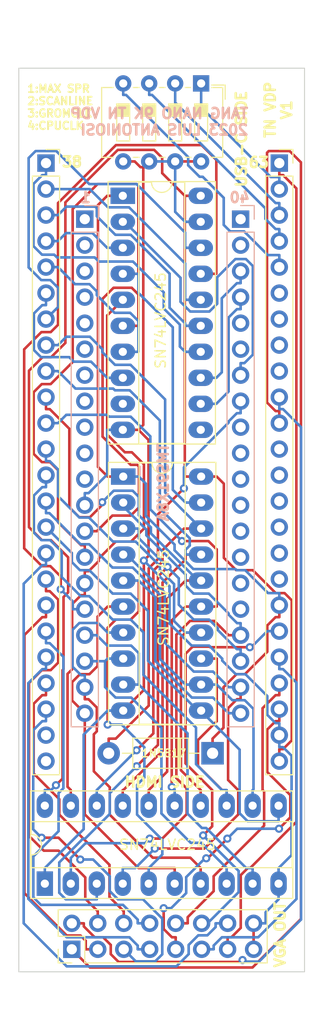
<source format=kicad_pcb>
(kicad_pcb (version 20221018) (generator pcbnew)
  (layers (0 "F.Cu" signal) (31 "B.Cu" signal) (34 "B.Paste" user) (35 "F.Paste" user) (36 "B.SilkS" user "B.Silkscreen") (37 "F.SilkS" user "F.Silkscreen") (38 "B.Mask" user) (39 "F.Mask" user) (44 "Edge.Cuts" user))
  (net 0 "")
  (net 1 "VCC_3V3")
  (net 2 "GND")
  (net 3 "VS_3V3")
  (net 4 "USR1_1V8")
  (net 5 "USR2_1V8")
  (net 6 "USR3_1V8")
  (net 7 "USR4_1V8")
  (net 12 "R2_3V3")
  (net 13 "R3_3V3")
  (net 20 "VCC")
  (net 21 "B0_3V3")
  (net 22 "B1_3V3")
  (net 23 "B2_3V3")
  (net 24 "B3_3V3")
  (net 40 "MODE_3V3")
  (net 41 "~{CSW_3V3}")
  (net 42 "~{CSR_3V3}")
  (net 43 "~{INT_3V3}")
  (net 44 "CPUCLK_3V3")
  (net 45 "GROMCLK_3V3")
  (net 46 "~{RESET_3V3}")
  (net 47 "CD0_3V3")
  (net 48 "CD1_3V3")
  (net 49 "CD2_3V3")
  (net 50 "CD3_3V3")
  (net 51 "CD4_3V3")
  (net 52 "CD5_3V3")
  (net 53 "CD6_3V3")
  (net 54 "CD7_3V3")
  (net 55 "HS_3V3")
  (net 56 "R0_3V3")
  (net 57 "R1_3V3")
  (net 58 "G0_3V3")
  (net 59 "G1_3V3")
  (net 60 "G2_3V3")
  (net 61 "G3_3V3")
  (net 64 "COMVID")
  (net 66 "MODE")
  (net 67 "~{CSW}")
  (net 68 "~{CSR}")
  (net 69 "~{INT}")
  (net 70 "CD7")
  (net 71 "CD6")
  (net 72 "CD5")
  (net 73 "CD4")
  (net 74 "CD3")
  (net 75 "CD2")
  (net 76 "CD1")
  (net 77 "CD0")
  (net 78 "~{RESET}")
  (net 79 "GROMCLK")
  (net 80 "CPUCLK")
  (net 82 "EXTVDP")
  (net 89 "VDD")
  (footprint "Package_DIP:DIP-20_W7.62mm_Socket_LongPads" (layer "F.Cu") (at 157.3884 53.3958)
    (fp_text reference "U3" hide)
    (fp_text value "SN74LVC245")
  )
  (footprint "Diode_THT:D_DO-41_SOD81_P10.16mm_Horizontal" (layer "F.Cu") (at 166.1668 107.8484 180)
    (fp_text reference "D1" hide)
    (fp_text value "1N5817")
  )
  (footprint "Package_DIP:DIP-20_W7.62mm_Socket_LongPads" (layer "F.Cu") (at 157.4292 80.8228)
    (fp_text reference "U2" hide)
    (fp_text value "SN74LVC245")
  )
  (footprint "Package_DIP:DIP-20_W7.62mm_Socket_LongPads" (layer "F.Cu") (at 149.7634 120.5892 90)
    (fp_text reference "U1" hide)
    (fp_text value "SN74LVC245")
  )
  (footprint "Connector_PinSocket_2.54mm:PinSocket_1x24_P2.54mm_Vertical" (layer "F.Cu") (at 149.8773 50.2004)
    (fp_text reference "J3" hide)
    (fp_text value "Conn_01x24")
  )
  (footprint "Button_Switch_THT:SW_DIP_SPSTx04_Slide_6.7x11.72mm_W7.62mm_P2.54mm_LowProfile" (layer "F.Cu") (at 165.0492 42.418 -90)
    (fp_text reference "J5" hide)
    (fp_text value "Conn_02x04_Counter_Clockwise")
  )
  (footprint "Connector_PinHeader_2.54mm:PinHeader_2x08_P2.54mm_Vertical" (layer "F.Cu") (at 152.4 127 90)
    (fp_text reference "J6" hide)
    (fp_text value "Conn_02x08_Odd_Even")
  )
  (footprint "Connector_PinSocket_2.54mm:PinSocket_1x24_P2.54mm_Vertical" (layer "F.Cu") (at 172.6942 50.2004)
    (fp_text reference "J4" hide)
    (fp_text value "Conn_01x24")
  )
  (footprint "Connector_PinHeader_2.54mm:PinHeader_1x20_P2.54mm_Vertical" (layer "B.Cu") (at 168.91 55.6768 180)
    (fp_text reference "J2" hide)
    (fp_text value "Conn_01x20")
  )
  (footprint "Connector_PinHeader_2.54mm:PinHeader_1x20_P2.54mm_Vertical" (layer "B.Cu") (at 153.67 55.6768 180)
    (fp_text reference "J1" hide)
    (fp_text value "Conn_01x20")
  )
  (gr_line (start 147.2184 40.9321) (end 147.2184 129.1971) (stroke (width 0.1)) (layer "Edge.Cuts"))
  (gr_line (start 175.1584 129.1971) (end 175.1584 40.9321) (stroke (width 0.1)) (layer "Edge.Cuts"))
  (gr_line (start 175.1584 40.9321) (end 147.2184 40.9321) (stroke (width 0.1)) (layer "Edge.Cuts"))
  (gr_line (start 147.2184 129.1971) (end 175.1584 129.1971) (stroke (width 0.1)) (layer "Edge.Cuts"))
  (gr_text "40" (at 169.926 54.1528) (layer "B.SilkS") (effects (font (size 1 1) (thickness 0.25) bold) (justify left bottom mirror)))
  (gr_text "1" (at 154.3812 54.1528) (layer "B.SilkS") (effects (font (size 1 1) (thickness 0.25) bold) (justify left bottom mirror)))
  (gr_text "TMS91X8A" (at 161.925 77.47 90) (layer "B.SilkS") (effects (font (size 1 1) (thickness 0.25) bold) (justify left bottom mirror)))
  (gr_text "TANG NANO 9K TN VDP\n2023 LUIS ANTONIOSI" (at 169.7736 47.5488) (layer "B.SilkS") (effects (font (size 1 1) (thickness 0.25) bold) (justify left bottom mirror)))
  (gr_text "TN VDP\nV1" (at 174 45 90) (layer "F.SilkS") (effects (font (size 1 1) (thickness 0.25) bold) (justify bottom)))
  (gr_text "1:MAX SPR\n2:SCANLINE\n3:GROMCLK\n4:CPUCLK" (at 147.955 46.99) (layer "F.SilkS") (effects (font (size 0.75 0.75) (thickness 0.1875) bold) (justify left bottom)))
  (gr_text "USB-C SIDE" (at 169.5704 52.6796 90) (layer "F.SilkS") (effects (font (size 1 1) (thickness 0.25) bold) (justify left bottom)))
  (gr_text "VGA OUT" (at 173.355 128.905 90) (layer "F.SilkS") (effects (font (size 1 1) (thickness 0.25) bold) (justify left bottom)))
  (gr_text "HDMI SIDE" (at 157.4292 111.252) (layer "F.SilkS") (effects (font (size 1 1) (thickness 0.25) bold) (justify left bottom)))
  (gr_text "38" (at 151.3078 50.673) (layer "F.SilkS") (effects (font (size 1 1) (thickness 0.25) bold) (justify left bottom)))
  (gr_text "63" (at 169.5704 50.7238) (layer "F.SilkS") (effects (font (size 1 1) (thickness 0.25) bold) (justify left bottom)))
  (segment (start 150.3627 87.0304) (end 149.4757 87.0304) (width 0.25) (layer "F.Cu") (net 1))
  (segment (start 151.4931 110.3287) (end 151.4931 99.727) (width 0.25) (layer "F.Cu") (net 1))
  (segment (start 151.7722 67.7676) (end 151.7722 54.0363) (width 0.25) (layer "F.Cu") (net 1))
  (segment (start 149.4757 87.0304) (end 148.2156 85.7703) (width 0.25) (layer "F.Cu") (net 1))
  (segment (start 150.8513 110.9705) (end 151.4931 110.3287) (width 0.25) (layer "F.Cu") (net 1))
  (segment (start 151.5913 92.5883) (end 152.0424 92.1372) (width 0.25) (layer "F.Cu") (net 1))
  (segment (start 163.4514 80.7501) (end 163.5241 80.8228) (width 0.25) (layer "F.Cu") (net 1))
  (segment (start 173.0614 107.4453) (end 173.9096 106.5971) (width 0.25) (layer "F.Cu") (net 1))
  (segment (start 172.6942 108.6204) (end 172.6942 107.4453) (width 0.25) (layer "F.Cu") (net 1))
  (segment (start 165.0492 80.8228) (end 163.5241 80.8228) (width 0.25) (layer "F.Cu") (net 1))
  (segment (start 156.8974 48.9111) (end 160.4576 48.9111) (width 0.25) (layer "F.Cu") (net 1))
  (segment (start 172.3407 92.2052) (end 170.1023 89.9668) (width 0.25) (layer "F.Cu") (net 1))
  (segment (start 173.9096 106.5971) (end 173.9096 92.9075) (width 0.25) (layer "F.Cu") (net 1))
  (segment (start 163.4514 53.3958) (end 163.5959 53.3958) (width 0.25) (layer "F.Cu") (net 1))
  (segment (start 161.2392 51.1836) (end 163.4514 53.3958) (width 0.25) (layer "F.Cu") (net 1))
  (segment (start 165.0084 53.3958) (end 163.5959 53.3958) (width 0.25) (layer "F.Cu") (net 1))
  (segment (start 168.4789 89.9668) (end 167.2713 88.7592) (width 0.25) (layer "F.Cu") (net 1))
  (segment (start 163.4514 53.3958) (end 163.4514 80.7501) (width 0.25) (layer "F.Cu") (net 1))
  (segment (start 170.1023 89.9668) (end 168.4789 89.9668) (width 0.25) (layer "F.Cu") (net 1))
  (segment (start 167.2713 81.5198) (end 166.5743 80.8228) (width 0.25) (layer "F.Cu") (net 1))
  (segment (start 161.2392 49.6927) (end 161.2392 51.1836) (width 0.25) (layer "F.Cu") (net 1))
  (segment (start 167.2713 88.7592) (end 167.2713 81.5198) (width 0.25) (layer "F.Cu") (net 1))
  (segment (start 151.4931 99.727) (end 151.5913 99.6288) (width 0.25) (layer "F.Cu") (net 1))
  (segment (start 149.5293 69.164) (end 150.3758 69.164) (width 0.25) (layer "F.Cu") (net 1))
  (segment (start 160.4576 48.9111) (end 161.2392 49.6927) (width 0.25) (layer "F.Cu") (net 1))
  (segment (start 165.0492 80.8228) (end 166.5743 80.8228) (width 0.25) (layer "F.Cu") (net 1))
  (segment (start 173.9096 92.9075) (end 173.2073 92.2052) (width 0.25) (layer "F.Cu") (net 1))
  (segment (start 173.2073 92.2052) (end 172.3407 92.2052) (width 0.25) (layer "F.Cu") (net 1))
  (segment (start 148.2156 85.7703) (end 148.2156 70.4777) (width 0.25) (layer "F.Cu") (net 1))
  (segment (start 151.5913 99.6288) (end 151.5913 92.5883) (width 0.25) (layer "F.Cu") (net 1))
  (segment (start 148.2156 70.4777) (end 149.5293 69.164) (width 0.25) (layer "F.Cu") (net 1))
  (segment (start 152.0424 88.7101) (end 150.3627 87.0304) (width 0.25) (layer "F.Cu") (net 1))
  (segment (start 152.0424 92.1372) (end 152.0424 88.7101) (width 0.25) (layer "F.Cu") (net 1))
  (segment (start 172.6942 107.4453) (end 173.0614 107.4453) (width 0.25) (layer "F.Cu") (net 1))
  (segment (start 150.3758 69.164) (end 151.7722 67.7676) (width 0.25) (layer "F.Cu") (net 1))
  (segment (start 151.7722 54.0363) (end 156.8974 48.9111) (width 0.25) (layer "F.Cu") (net 1))
  (via (at 150.8513 110.9705) (size 0.8) (drill 0.4) (layers "F.Cu" "B.Cu") (net 1))
  (segment (start 149.7634 111.4441) (end 150.3777 111.4441) (width 0.25) (layer "B.Cu") (net 1))
  (segment (start 150.3777 111.4441) (end 150.8513 110.9705) (width 0.25) (layer "B.Cu") (net 1))
  (segment (start 149.7634 112.9692) (end 149.7634 111.4441) (width 0.25) (layer "B.Cu") (net 1))
  (segment (start 170.18 127) (end 170.18 124.46) (width 0.25) (layer "F.Cu") (net 2))
  (segment (start 158.9135 76.2558) (end 159.9051 77.2474) (width 0.25) (layer "F.Cu") (net 2))
  (segment (start 159.39 75.7793) (end 158.9135 76.2558) (width 0.25) (layer "F.Cu") (net 2))
  (segment (start 159.9692 50.038) (end 159.9692 50.6005) (width 0.25) (layer "F.Cu") (net 2))
  (segment (start 157.3884 76.2558) (end 158.9135 76.2558) (width 0.25) (layer "F.Cu") (net 2))
  (segment (start 165.0492 50.038) (end 162.5092 50.038) (width 0.25) (layer "F.Cu") (net 2))
  (segment (start 159.1168 50.6005) (end 158.5543 50.038) (width 0.25) (layer "F.Cu") (net 2))
  (segment (start 157.4292 103.6828) (end 159.4455 101.6665) (width 0.25) (layer "F.Cu") (net 2))
  (segment (start 159.39 50.6005) (end 159.39 75.7793) (width 0.25) (layer "F.Cu") (net 2))
  (segment (start 159.9692 50.6005) (end 159.39 50.6005) (width 0.25) (layer "F.Cu") (net 2))
  (segment (start 159.39 50.6005) (end 159.1168 50.6005) (width 0.25) (layer "F.Cu") (net 2))
  (segment (start 159.9051 88.5686) (end 159.4455 89.0282) (width 0.25) (layer "F.Cu") (net 2))
  (segment (start 157.4292 50.038) (end 158.5543 50.038) (width 0.25) (layer "F.Cu") (net 2))
  (segment (start 159.4455 101.6665) (end 159.4455 89.0282) (width 0.25) (layer "F.Cu") (net 2))
  (segment (start 159.9051 77.2474) (end 159.9051 88.5686) (width 0.25) (layer "F.Cu") (net 2))
  (via (at 159.4455 89.0282) (size 0.8) (drill 0.4) (layers "F.Cu" "B.Cu") (net 2))
  (segment (start 157.3884 76.2558) (end 155.8633 76.2558) (width 0.25) (layer "B.Cu") (net 2))
  (segment (start 164.1151 97.3328) (end 161.9522 95.1699) (width 0.25) (layer "B.Cu") (net 2))
  (segment (start 167.112 98.6145) (end 165.8303 97.3328) (width 0.25) (layer "B.Cu") (net 2))
  (segment (start 162.5092 54.9617) (end 163.4833 55.9358) (width 0.25) (layer "B.Cu") (net 2))
  (segment (start 165.0084 55.9358) (end 163.4833 55.9358) (width 0.25) (layer "B.Cu") (net 2))
  (segment (start 165.8303 97.3328) (end 164.1151 97.3328) (width 0.25) (layer "B.Cu") (net 2))
  (segment (start 169.3827 100.1268) (end 168.4351 100.1268) (width 0.25) (layer "B.Cu") (net 2))
  (segment (start 153.67 83.6168) (end 153.67 82.4417) (width 0.25) (layer "B.Cu") (net 2))
  (segment (start 153.67 82.4417) (end 154.0373 82.4417) (width 0.25) (layer "B.Cu") (net 2))
  (segment (start 162.5092 50.038) (end 162.5092 54.9617) (width 0.25) (layer "B.Cu") (net 2))
  (segment (start 172.3269 104.9053) (end 171.5191 104.0975) (width 0.25) (layer "B.Cu") (net 2))
  (segment (start 171.5191 104.0975) (end 171.5191 102.2632) (width 0.25) (layer "B.Cu") (net 2))
  (segment (start 155.8633 80.6157) (end 155.8633 76.2558) (width 0.25) (layer "B.Cu") (net 2))
  (segment (start 167.112 98.8037) (end 167.112 98.6145) (width 0.25) (layer "B.Cu") (net 2))
  (segment (start 149.7634 120.5892) (end 149.7634 119.0641) (width 0.25) (layer "B.Cu") (net 2))
  (segment (start 172.6234 119.0641) (end 173.8951 117.7924) (width 0.25) (layer "B.Cu") (net 2))
  (segment (start 172.6234 120.4893) (end 172.6234 120.5892) (width 0.25) (layer "B.Cu") (net 2))
  (segment (start 172.6942 106.0804) (end 172.6942 104.9053) (width 0.25) (layer "B.Cu") (net 2))
  (segment (start 172.6234 120.4893) (end 172.6234 119.0641) (width 0.25) (layer "B.Cu") (net 2))
  (segment (start 159.9692 50.038) (end 162.5092 50.038) (width 0.25) (layer "B.Cu") (net 2))
  (segment (start 173.0594 107.2555) (end 172.6942 107.2555) (width 0.25) (layer "B.Cu") (net 2))
  (segment (start 155.9041 103.6828) (end 153.5606 106.0263) (width 0.25) (layer "B.Cu") (net 2))
  (segment (start 170.18 124.46) (end 171.3551 124.46) (width 0.25) (layer "B.Cu") (net 2))
  (segment (start 154.0373 82.4417) (end 155.8633 80.6157) (width 0.25) (layer "B.Cu") (net 2))
  (segment (start 168.4351 100.1268) (end 167.112 98.8037) (width 0.25) (layer "B.Cu") (net 2))
  (segment (start 171.5191 102.2632) (end 169.3827 100.1268) (width 0.25) (layer "B.Cu") (net 2))
  (segment (start 161.9522 91.5349) (end 159.4455 89.0282) (width 0.25) (layer "B.Cu") (net 2))
  (segment (start 153.5606 106.0263) (end 153.5606 115.2669) (width 0.25) (layer "B.Cu") (net 2))
  (segment (start 157.414 103.6828) (end 155.9041 103.6828) (width 0.25) (layer "B.Cu") (net 2))
  (segment (start 161.9522 95.1699) (end 161.9522 91.5349) (width 0.25) (layer "B.Cu") (net 2))
  (segment (start 173.8951 117.7924) (end 173.8951 108.0912) (width 0.25) (layer "B.Cu") (net 2))
  (segment (start 173.8951 108.0912) (end 173.0594 107.2555) (width 0.25) (layer "B.Cu") (net 2))
  (segment (start 153.5606 115.2669) (end 149.7634 119.0641) (width 0.25) (layer "B.Cu") (net 2))
  (segment (start 172.6942 106.0804) (end 172.6942 107.2555) (width 0.25) (layer "B.Cu") (net 2))
  (segment (start 172.6942 104.9053) (end 172.3269 104.9053) (width 0.25) (layer "B.Cu") (net 2))
  (segment (start 172.6234 122.1143) (end 171.3551 123.3826) (width 0.25) (layer "B.Cu") (net 2))
  (segment (start 157.414 103.6828) (end 157.4292 103.6828) (width 0.25) (layer "B.Cu") (net 2))
  (segment (start 172.6234 120.5892) (end 172.6234 122.1143) (width 0.25) (layer "B.Cu") (net 2))
  (segment (start 171.3551 123.3826) (end 171.3551 124.46) (width 0.25) (layer "B.Cu") (net 2))
  (segment (start 163.83 127.4688) (end 162.6347 128.6641) (width 0.25) (layer "B.Cu") (net 3))
  (segment (start 163.83 126.5691) (end 163.83 127.4688) (width 0.25) (layer "B.Cu") (net 3))
  (segment (start 167.64 124.46) (end 166.4649 124.46) (width 0.25) (layer "B.Cu") (net 3))
  (segment (start 166.4649 124.8273) (end 165.6571 125.6351) (width 0.25) (layer "B.Cu") (net 3))
  (segment (start 151.9006 128.6641) (end 147.6968 124.4603) (width 0.25) (layer "B.Cu") (net 3))
  (segment (start 147.6968 124.4603) (end 147.6968 91.2907) (width 0.25) (layer "B.Cu") (net 3))
  (segment (start 164.764 125.6351) (end 163.83 126.5691) (width 0.25) (layer "B.Cu") (net 3))
  (segment (start 149.512 89.4755) (end 149.8773 89.4755) (width 0.25) (layer "B.Cu") (net 3))
  (segment (start 166.4649 124.46) (end 166.4649 124.8273) (width 0.25) (layer "B.Cu") (net 3))
  (segment (start 149.8773 88.3004) (end 149.8773 89.4755) (width 0.25) (layer "B.Cu") (net 3))
  (segment (start 147.6968 91.2907) (end 149.512 89.4755) (width 0.25) (layer "B.Cu") (net 3))
  (segment (start 165.6571 125.6351) (end 164.764 125.6351) (width 0.25) (layer "B.Cu") (net 3))
  (segment (start 162.6347 128.6641) (end 151.9006 128.6641) (width 0.25) (layer "B.Cu") (net 3))
  (segment (start 171.8632 51.5653) (end 172.6942 51.5653) (width 0.25) (layer "B.Cu") (net 4))
  (segment (start 165.0492 42.418) (end 165.0492 44.7513) (width 0.25) (layer "B.Cu") (net 4))
  (segment (start 172.6942 52.7404) (end 172.6942 51.5653) (width 0.25) (layer "B.Cu") (net 4))
  (segment (start 165.0492 44.7513) (end 171.8632 51.5653) (width 0.25) (layer "B.Cu") (net 4))
  (segment (start 172.3289 54.1053) (end 172.6942 54.1053) (width 0.25) (layer "B.Cu") (net 5))
  (segment (start 162.5092 44.2856) (end 172.3289 54.1053) (width 0.25) (layer "B.Cu") (net 5))
  (segment (start 162.5092 42.418) (end 162.5092 44.2856) (width 0.25) (layer "B.Cu") (net 5))
  (segment (start 172.6942 55.2804) (end 172.6942 54.1053) (width 0.25) (layer "B.Cu") (net 5))
  (segment (start 172.6942 57.8204) (end 172.6942 56.6453) (width 0.25) (layer "B.Cu") (net 6))
  (segment (start 171.3294 54.622) (end 171.3294 55.6458) (width 0.25) (layer "B.Cu") (net 6))
  (segment (start 171.3294 55.6458) (end 172.3289 56.6453) (width 0.25) (layer "B.Cu") (net 6))
  (segment (start 159.9692 43.5431) (end 160.2505 43.5431) (width 0.25) (layer "B.Cu") (net 6))
  (segment (start 159.9692 42.418) (end 159.9692 43.5431) (width 0.25) (layer "B.Cu") (net 6))
  (segment (start 160.2505 43.5431) (end 171.3294 54.622) (width 0.25) (layer "B.Cu") (net 6))
  (segment (start 172.3289 56.6453) (end 172.6942 56.6453) (width 0.25) (layer "B.Cu") (net 6))
  (segment (start 172.6942 60.3604) (end 172.6942 59.1853) (width 0.25) (layer "B.Cu") (net 7))
  (segment (start 163.7792 50.4223) (end 163.7792 49.6118) (width 0.25) (layer "B.Cu") (net 7))
  (segment (start 165.2017 51.5373) (end 164.8942 51.5373) (width 0.25) (layer "B.Cu") (net 7))
  (segment (start 157.4292 42.418) (end 157.4292 43.5431) (width 0.25) (layer "B.Cu") (net 7))
  (segment (start 163.7792 49.6118) (end 157.7105 43.5431) (width 0.25) (layer "B.Cu") (net 7))
  (segment (start 157.7105 43.5431) (end 157.4292 43.5431) (width 0.25) (layer "B.Cu") (net 7))
  (segment (start 164.8942 51.5373) (end 163.7792 50.4223) (width 0.25) (layer "B.Cu") (net 7))
  (segment (start 169.2508 56.8734) (end 167.8912 56.8734) (width 0.25) (layer "B.Cu") (net 7))
  (segment (start 167.2585 56.2407) (end 167.2585 53.5941) (width 0.25) (layer "B.Cu") (net 7))
  (segment (start 172.6942 59.1853) (end 171.5627 59.1853) (width 0.25) (layer "B.Cu") (net 7))
  (segment (start 167.2585 53.5941) (end 165.2017 51.5373) (width 0.25) (layer "B.Cu") (net 7))
  (segment (start 171.5627 59.1853) (end 169.2508 56.8734) (width 0.25) (layer "B.Cu") (net 7))
  (segment (start 167.8912 56.8734) (end 167.2585 56.2407) (width 0.25) (layer "B.Cu") (net 7))
  (segment (start 149.8773 93.3804) (end 149.8773 94.5555) (width 0.25) (layer "F.Cu") (net 12))
  (segment (start 154.94 127) (end 153.7649 127) (width 0.25) (layer "F.Cu") (net 12))
  (segment (start 149.512 94.5555) (end 149.8773 94.5555) (width 0.25) (layer "F.Cu") (net 12))
  (segment (start 153.7649 126.169) (end 153.2502 125.6543) (width 0.25) (layer "F.Cu") (net 12))
  (segment (start 153.7649 127) (end 153.7649 126.169) (width 0.25) (layer "F.Cu") (net 12))
  (segment (start 151.9057 125.6543) (end 147.7686 121.5172) (width 0.25) (layer "F.Cu") (net 12))
  (segment (start 147.7686 121.5172) (end 147.7686 96.2989) (width 0.25) (layer "F.Cu") (net 12))
  (segment (start 153.2502 125.6543) (end 151.9057 125.6543) (width 0.25) (layer "F.Cu") (net 12))
  (segment (start 147.7686 96.2989) (end 149.512 94.5555) (width 0.25) (layer "F.Cu") (net 12))
  (segment (start 151.0725 92.8455) (end 150.2425 92.0155) (width 0.25) (layer "F.Cu") (net 13))
  (segment (start 149.4681 99.7304) (end 150.3337 99.7304) (width 0.25) (layer "F.Cu") (net 13))
  (segment (start 148.2188 115.9227) (end 148.2188 100.9797) (width 0.25) (layer "F.Cu") (net 13))
  (segment (start 154.94 123.2849) (end 153.7182 122.0631) (width 0.25) (layer "F.Cu") (net 13))
  (segment (start 150.2425 92.0155) (end 149.8773 92.0155) (width 0.25) (layer "F.Cu") (net 13))
  (segment (start 151.1037 117.3651) (end 149.6612 117.3651) (width 0.25) (layer "F.Cu") (net 13))
  (segment (start 149.6612 117.3651) (end 148.2188 115.9227) (width 0.25) (layer "F.Cu") (net 13))
  (segment (start 153.7182 119.9796) (end 151.1037 117.3651) (width 0.25) (layer "F.Cu") (net 13))
  (segment (start 150.3337 99.7304) (end 151.0725 98.9916) (width 0.25) (layer "F.Cu") (net 13))
  (segment (start 153.7182 122.0631) (end 153.7182 119.9796) (width 0.25) (layer "F.Cu") (net 13))
  (segment (start 149.8773 90.8404) (end 149.8773 92.0155) (width 0.25) (layer "F.Cu") (net 13))
  (segment (start 154.94 124.46) (end 154.94 123.2849) (width 0.25) (layer "F.Cu") (net 13))
  (segment (start 148.2188 100.9797) (end 149.4681 99.7304) (width 0.25) (layer "F.Cu") (net 13))
  (segment (start 151.0725 98.9916) (end 151.0725 92.8455) (width 0.25) (layer "F.Cu") (net 13))
  (segment (start 159.9232 103.2017) (end 156.7016 106.4233) (width 0.25) (layer "F.Cu") (net 20))
  (segment (start 156.7016 106.4233) (end 156.0068 106.4233) (width 0.25) (layer "F.Cu") (net 20))
  (segment (start 160.8235 88.8801) (end 159.9232 89.7804) (width 0.25) (layer "F.Cu") (net 20))
  (segment (start 159.9232 89.7804) (end 159.9232 103.2017) (width 0.25) (layer "F.Cu") (net 20))
  (segment (start 156.0068 107.8484) (end 156.0068 106.4233) (width 0.25) (layer "F.Cu") (net 20))
  (segment (start 160.8235 84.5117) (end 160.8235 88.8801) (width 0.25) (layer "F.Cu") (net 20))
  (segment (start 163.3634 81.9718) (end 160.8235 84.5117) (width 0.25) (layer "F.Cu") (net 20))
  (via (at 163.3634 81.9718) (size 0.8) (drill 0.4) (layers "F.Cu" "B.Cu") (net 20))
  (segment (start 167.7349 75.4377) (end 167.7349 75.553) (width 0.25) (layer "B.Cu") (net 20))
  (segment (start 168.91 73.4568) (end 168.91 74.6319) (width 0.25) (layer "B.Cu") (net 20))
  (segment (start 167.7349 75.553) (end 163.3634 79.9245) (width 0.25) (layer "B.Cu") (net 20))
  (segment (start 168.91 74.6319) (end 168.5407 74.6319) (width 0.25) (layer "B.Cu") (net 20))
  (segment (start 168.5407 74.6319) (end 167.7349 75.4377) (width 0.25) (layer "B.Cu") (net 20))
  (segment (start 163.3634 79.9245) (end 163.3634 81.9718) (width 0.25) (layer "B.Cu") (net 20))
  (segment (start 161.3849 125.017) (end 161.3849 122.9835) (width 0.25) (layer "F.Cu") (net 21))
  (segment (start 165.55 118.1094) (end 165.6884 118.1094) (width 0.25) (layer "F.Cu") (net 21))
  (segment (start 171.5143 109.6799) (end 171.5143 105.5301) (width 0.25) (layer "F.Cu") (net 21))
  (segment (start 172.6619 115.2212) (end 173.7696 114.1135) (width 0.25) (layer "F.Cu") (net 21))
  (segment (start 162.56 125.8249) (end 162.1928 125.8249) (width 0.25) (layer "F.Cu") (net 21))
  (segment (start 171.5143 105.5301) (end 172.3289 104.7155) (width 0.25) (layer "F.Cu") (net 21))
  (segment (start 173.7696 114.1135) (end 173.7696 111.9352) (width 0.25) (layer "F.Cu") (net 21))
  (segment (start 172.3289 104.7155) (end 172.6942 104.7155) (width 0.25) (layer "F.Cu") (net 21))
  (segment (start 173.7696 111.9352) (end 171.5143 109.6799) (width 0.25) (layer "F.Cu") (net 21))
  (segment (start 165.6884 118.1094) (end 167.6116 116.1862) (width 0.25) (layer "F.Cu") (net 21))
  (segment (start 162.56 127) (end 162.56 125.8249) (width 0.25) (layer "F.Cu") (net 21))
  (segment (start 162.1928 125.8249) (end 161.3849 125.017) (width 0.25) (layer "F.Cu") (net 21))
  (segment (start 172.6942 103.5404) (end 172.6942 104.7155) (width 0.25) (layer "F.Cu") (net 21))
  (via (at 161.3849 122.9835) (size 0.8) (drill 0.4) (layers "F.Cu" "B.Cu") (net 21))
  (via (at 167.6116 116.1862) (size 0.8) (drill 0.4) (layers "F.Cu" "B.Cu") (net 21))
  (via (at 165.55 118.1094) (size 0.8) (drill 0.4) (layers "F.Cu" "B.Cu") (net 21))
  (via (at 172.6619 115.2212) (size 0.8) (drill 0.4) (layers "F.Cu" "B.Cu") (net 21))
  (segment (start 161.3849 122.9835) (end 162.1152 122.9835) (width 0.25) (layer "B.Cu") (net 21))
  (segment (start 163.5886 119.9496) (end 165.4288 118.1094) (width 0.25) (layer "B.Cu") (net 21))
  (segment (start 162.1152 122.9835) (end 163.5886 121.5101) (width 0.25) (layer "B.Cu") (net 21))
  (segment (start 168.5766 115.2212) (end 167.6116 116.1862) (width 0.25) (layer "B.Cu") (net 21))
  (segment (start 172.6619 115.2212) (end 168.5766 115.2212) (width 0.25) (layer "B.Cu") (net 21))
  (segment (start 165.4288 118.1094) (end 165.55 118.1094) (width 0.25) (layer "B.Cu") (net 21))
  (segment (start 163.5886 121.5101) (end 163.5886 119.9496) (width 0.25) (layer "B.Cu") (net 21))
  (segment (start 171.0575 111.4374) (end 171.0575 103.4469) (width 0.25) (layer "F.Cu") (net 22))
  (segment (start 171.2087 111.5886) (end 171.0575 111.4374) (width 0.25) (layer "F.Cu") (net 22))
  (segment (start 172.6942 101.0004) (end 172.6942 102.1755) (width 0.25) (layer "F.Cu") (net 22))
  (segment (start 171.0575 103.4469) (end 172.3289 102.1755) (width 0.25) (layer "F.Cu") (net 22))
  (segment (start 163.7351 124.46) (end 163.7351 123.8591) (width 0.25) (layer "F.Cu") (net 22))
  (segment (start 172.3289 102.1755) (end 172.6942 102.1755) (width 0.25) (layer "F.Cu") (net 22))
  (segment (start 166.2734 121.3208) (end 166.2734 119.8579) (width 0.25) (layer "F.Cu") (net 22))
  (segment (start 171.2087 114.9226) (end 171.2087 111.5886) (width 0.25) (layer "F.Cu") (net 22))
  (segment (start 162.56 124.46) (end 163.7351 124.46) (width 0.25) (layer "F.Cu") (net 22))
  (segment (start 166.2734 119.8579) (end 171.2087 114.9226) (width 0.25) (layer "F.Cu") (net 22))
  (segment (start 163.7351 123.8591) (end 166.2734 121.3208) (width 0.25) (layer "F.Cu") (net 22))
  (segment (start 174.3726 122.0829) (end 174.3726 100.9487) (width 0.25) (layer "B.Cu") (net 23))
  (segment (start 170.6306 125.8249) (end 174.3726 122.0829) (width 0.25) (layer "B.Cu") (net 23))
  (segment (start 166.2751 126.6327) (end 167.0829 125.8249) (width 0.25) (layer "B.Cu") (net 23))
  (segment (start 166.2751 127) (end 166.2751 126.6327) (width 0.25) (layer "B.Cu") (net 23))
  (segment (start 173.0594 99.6355) (end 172.6942 99.6355) (width 0.25) (layer "B.Cu") (net 23))
  (segment (start 174.3726 100.9487) (end 173.0594 99.6355) (width 0.25) (layer "B.Cu") (net 23))
  (segment (start 165.1 127) (end 166.2751 127) (width 0.25) (layer "B.Cu") (net 23))
  (segment (start 167.0829 125.8249) (end 170.6306 125.8249) (width 0.25) (layer "B.Cu") (net 23))
  (segment (start 172.6942 98.4604) (end 172.6942 99.6355) (width 0.25) (layer "B.Cu") (net 23))
  (segment (start 163.5241 98.1295) (end 164.2155 97.4381) (width 0.25) (layer "F.Cu") (net 24))
  (segment (start 163.5241 108.8398) (end 163.5241 98.1295) (width 0.25) (layer "F.Cu") (net 24))
  (segment (start 165.8758 97.4381) (end 165.9297 97.492) (width 0.25) (layer "F.Cu") (net 24))
  (segment (start 166.1286 114.9871) (end 166.1286 111.4443) (width 0.25) (layer "F.Cu") (net 24))
  (segment (start 165.9297 97.492) (end 169.8073 97.492) (width 0.25) (layer "F.Cu") (net 24))
  (segment (start 164.2155 97.4381) (end 165.8758 97.4381) (width 0.25) (layer "F.Cu") (net 24))
  (segment (start 166.1286 111.4443) (end 163.5241 108.8398) (width 0.25) (layer "F.Cu") (net 24))
  (segment (start 165.2415 115.8742) (end 166.1286 114.9871) (width 0.25) (layer "F.Cu") (net 24))
  (via (at 165.2415 115.8742) (size 0.8) (drill 0.4) (layers "F.Cu" "B.Cu") (net 24))
  (via (at 169.8073 97.492) (size 0.8) (drill 0.4) (layers "F.Cu" "B.Cu") (net 24))
  (segment (start 168.717 121.4172) (end 168.717 119.3497) (width 0.25) (layer "B.Cu") (net 24))
  (segment (start 165.6742 124.46) (end 168.717 121.4172) (width 0.25) (layer "B.Cu") (net 24))
  (segment (start 169.9475 97.492) (end 169.8073 97.492) (width 0.25) (layer "B.Cu") (net 24))
  (segment (start 165.1 124.46) (end 165.6742 124.46) (width 0.25) (layer "B.Cu") (net 24))
  (segment (start 168.717 119.3497) (end 165.2415 115.8742) (width 0.25) (layer "B.Cu") (net 24))
  (segment (start 171.5191 95.9204) (end 169.9475 97.492) (width 0.25) (layer "B.Cu") (net 24))
  (segment (start 172.6942 95.9204) (end 171.5191 95.9204) (width 0.25) (layer "B.Cu") (net 24))
  (segment (start 165.0084 68.6358) (end 163.4833 68.6358) (width 0.25) (layer "B.Cu") (net 40))
  (segment (start 149.4891 59.1474) (end 150.6825 59.1474) (width 0.25) (layer "B.Cu") (net 40))
  (segment (start 148.6508 52.2348) (end 148.6508 58.3091) (width 0.25) (layer "B.Cu") (net 40))
  (segment (start 158.3862 59.8197) (end 161.3921 62.8256) (width 0.25) (layer "B.Cu") (net 40))
  (segment (start 150.9494 59.4143) (end 154.6396 59.4143) (width 0.25) (layer "B.Cu") (net 40))
  (segment (start 162.9673 65.9761) (end 162.9673 68.1198) (width 0.25) (layer "B.Cu") (net 40))
  (segment (start 149.8773 51.3755) (end 149.5101 51.3755) (width 0.25) (layer "B.Cu") (net 40))
  (segment (start 148.6508 58.3091) (end 149.4891 59.1474) (width 0.25) (layer "B.Cu") (net 40))
  (segment (start 149.8773 50.2004) (end 149.8773 51.3755) (width 0.25) (layer "B.Cu") (net 40))
  (segment (start 162.9673 68.1198) (end 163.4833 68.6358) (width 0.25) (layer "B.Cu") (net 40))
  (segment (start 161.3921 64.4009) (end 162.9673 65.9761) (width 0.25) (layer "B.Cu") (net 40))
  (segment (start 155.045 59.8197) (end 158.3862 59.8197) (width 0.25) (layer "B.Cu") (net 40))
  (segment (start 161.3921 62.8256) (end 161.3921 64.4009) (width 0.25) (layer "B.Cu") (net 40))
  (segment (start 149.5101 51.3755) (end 148.6508 52.2348) (width 0.25) (layer "B.Cu") (net 40))
  (segment (start 150.6825 59.1474) (end 150.9494 59.4143) (width 0.25) (layer "B.Cu") (net 40))
  (segment (start 154.6396 59.4143) (end 155.045 59.8197) (width 0.25) (layer "B.Cu") (net 40))
  (segment (start 155.9369 54.521) (end 157.998 54.521) (width 0.25) (layer "B.Cu") (net 41))
  (segment (start 163.4833 60.0063) (end 163.4833 63.5558) (width 0.25) (layer "B.Cu") (net 41))
  (segment (start 149.8773 52.7404) (end 151.0524 52.7404) (width 0.25) (layer "B.Cu") (net 41))
  (segment (start 154.1563 52.7404) (end 155.9369 54.521) (width 0.25) (layer "B.Cu") (net 41))
  (segment (start 151.0524 52.7404) (end 154.1563 52.7404) (width 0.25) (layer "B.Cu") (net 41))
  (segment (start 165.0084 63.5558) (end 163.4833 63.5558) (width 0.25) (layer "B.Cu") (net 41))
  (segment (start 157.998 54.521) (end 163.4833 60.0063) (width 0.25) (layer "B.Cu") (net 41))
  (segment (start 165.0084 66.0958) (end 163.4833 66.0958) (width 0.25) (layer "B.Cu") (net 42))
  (segment (start 156.66 57.2058) (end 158.1649 57.2058) (width 0.25) (layer "B.Cu") (net 42))
  (segment (start 154.6859 54.4524) (end 154.8452 54.6117) (width 0.25) (layer "B.Cu") (net 42))
  (segment (start 151.0524 55.2804) (end 151.8804 54.4524) (width 0.25) (layer "B.Cu") (net 42))
  (segment (start 149.8773 55.2804) (end 151.0524 55.2804) (width 0.25) (layer "B.Cu") (net 42))
  (segment (start 158.1649 57.2058) (end 161.965 61.0059) (width 0.25) (layer "B.Cu") (net 42))
  (segment (start 161.965 61.0059) (end 161.965 64.3371) (width 0.25) (layer "B.Cu") (net 42))
  (segment (start 154.8452 55.391) (end 156.66 57.2058) (width 0.25) (layer "B.Cu") (net 42))
  (segment (start 154.8452 54.6117) (end 154.8452 55.391) (width 0.25) (layer "B.Cu") (net 42))
  (segment (start 163.4833 65.8554) (end 163.4833 66.0958) (width 0.25) (layer "B.Cu") (net 42))
  (segment (start 151.8804 54.4524) (end 154.6859 54.4524) (width 0.25) (layer "B.Cu") (net 42))
  (segment (start 161.965 64.3371) (end 163.4833 65.8554) (width 0.25) (layer "B.Cu") (net 42))
  (segment (start 151.8343 57.0385) (end 154.426 57.0385) (width 0.25) (layer "B.Cu") (net 43))
  (segment (start 149.8773 57.8204) (end 151.0524 57.8204) (width 0.25) (layer "B.Cu") (net 43))
  (segment (start 157.3884 58.4758) (end 155.8633 58.4758) (width 0.25) (layer "B.Cu") (net 43))
  (segment (start 154.426 57.0385) (end 155.8633 58.4758) (width 0.25) (layer "B.Cu") (net 43))
  (segment (start 151.0524 57.8204) (end 151.8343 57.0385) (width 0.25) (layer "B.Cu") (net 43))
  (segment (start 158.1109 64.8258) (end 158.9135 65.6284) (width 0.25) (layer "B.Cu") (net 44))
  (segment (start 151.0524 60.3604) (end 152.7188 62.0268) (width 0.25) (layer "B.Cu") (net 44))
  (segment (start 154.8452 62.7322) (end 154.8452 63.0925) (width 0.25) (layer "B.Cu") (net 44))
  (segment (start 154.1398 62.0268) (end 154.8452 62.7322) (width 0.25) (layer "B.Cu") (net 44))
  (segment (start 158.9135 65.6284) (end 158.9135 68.6358) (width 0.25) (layer "B.Cu") (net 44))
  (segment (start 157.3884 68.6358) (end 158.9135 68.6358) (width 0.25) (layer "B.Cu") (net 44))
  (segment (start 152.7188 62.0268) (end 154.1398 62.0268) (width 0.25) (layer "B.Cu") (net 44))
  (segment (start 149.8773 60.3604) (end 151.0524 60.3604) (width 0.25) (layer "B.Cu") (net 44))
  (segment (start 156.5785 64.8258) (end 158.1109 64.8258) (width 0.25) (layer "B.Cu") (net 44))
  (segment (start 154.8452 63.0925) (end 156.5785 64.8258) (width 0.25) (layer "B.Cu") (net 44))
  (segment (start 148.6926 64.893) (end 148.6926 68.4641) (width 0.25) (layer "B.Cu") (net 45))
  (segment (start 148.6926 68.4641) (end 149.3841 69.1556) (width 0.25) (layer "B.Cu") (net 45))
  (segment (start 149.8773 64.0755) (end 149.5101 64.0755) (width 0.25) (layer "B.Cu") (net 45))
  (segment (start 154.286 69.5985) (end 155.8633 71.1758) (width 0.25) (layer "B.Cu") (net 45))
  (segment (start 149.8773 62.9004) (end 149.8773 64.0755) (width 0.25) (layer "B.Cu") (net 45))
  (segment (start 157.3884 71.1758) (end 155.8633 71.1758) (width 0.25) (layer "B.Cu") (net 45))
  (segment (start 149.5101 64.0755) (end 148.6926 64.893) (width 0.25) (layer "B.Cu") (net 45))
  (segment (start 152.5914 69.5985) (end 154.286 69.5985) (width 0.25) (layer "B.Cu") (net 45))
  (segment (start 152.1485 69.1556) (end 152.5914 69.5985) (width 0.25) (layer "B.Cu") (net 45))
  (segment (start 149.3841 69.1556) (end 152.1485 69.1556) (width 0.25) (layer "B.Cu") (net 45))
  (segment (start 150.8836 49.0253) (end 154.1083 52.25) (width 0.25) (layer "B.Cu") (net 46))
  (segment (start 158.7419 52.25) (end 163.4833 56.9914) (width 0.25) (layer "B.Cu") (net 46))
  (segment (start 149.8773 65.4404) (end 151.0837 64.234) (width 0.25) (layer "B.Cu") (net 46))
  (segment (start 150.3097 61.6304) (end 149.4166 61.6304) (width 0.25) (layer "B.Cu") (net 46))
  (segment (start 163.4833 56.9914) (end 163.4833 58.4758) (width 0.25) (layer "B.Cu") (net 46))
  (segment (start 148.8588 49.0253) (end 150.8836 49.0253) (width 0.25) (layer "B.Cu") (net 46))
  (segment (start 151.0837 64.234) (end 151.0837 62.4044) (width 0.25) (layer "B.Cu") (net 46))
  (segment (start 148.1804 49.7037) (end 148.8588 49.0253) (width 0.25) (layer "B.Cu") (net 46))
  (segment (start 154.1083 52.25) (end 158.7419 52.25) (width 0.25) (layer "B.Cu") (net 46))
  (segment (start 149.4166 61.6304) (end 148.1804 60.3942) (width 0.25) (layer "B.Cu") (net 46))
  (segment (start 151.0837 62.4044) (end 150.3097 61.6304) (width 0.25) (layer "B.Cu") (net 46))
  (segment (start 148.1804 60.3942) (end 148.1804 49.7037) (width 0.25) (layer "B.Cu") (net 46))
  (segment (start 165.0084 58.4758) (end 163.4833 58.4758) (width 0.25) (layer "B.Cu") (net 46))
  (segment (start 163.3706 85.9028) (end 161.2736 87.9998) (width 0.25) (layer "F.Cu") (net 47))
  (segment (start 163.5241 85.9028) (end 163.3706 85.9028) (width 0.25) (layer "F.Cu") (net 47))
  (segment (start 165.0492 85.9028) (end 163.5241 85.9028) (width 0.25) (layer "F.Cu") (net 47))
  (segment (start 161.2736 89.1214) (end 160.3734 90.0216) (width 0.25) (layer "F.Cu") (net 47))
  (segment (start 161.2736 87.9998) (end 161.2736 89.1214) (width 0.25) (layer "F.Cu") (net 47))
  (segment (start 160.3734 105.9141) (end 158.7289 107.5586) (width 0.25) (layer "F.Cu") (net 47))
  (segment (start 160.3734 90.0216) (end 160.3734 105.9141) (width 0.25) (layer "F.Cu") (net 47))
  (via (at 158.7289 107.5586) (size 0.8) (drill 0.4) (layers "F.Cu" "B.Cu") (net 47))
  (segment (start 154.8434 112.9692) (end 154.8434 111.4441) (width 0.25) (layer "B.Cu") (net 47))
  (segment (start 156.6241 69.9058) (end 158.1432 69.9058) (width 0.25) (layer "B.Cu") (net 47))
  (segment (start 151.8714 67.1614) (end 154.167 67.1614) (width 0.25) (layer "B.Cu") (net 47))
  (segment (start 161.528 73.2906) (end 161.528 82.3816) (width 0.25) (layer "B.Cu") (net 47))
  (segment (start 158.7289 107.5586) (end 154.8434 111.4441) (width 0.25) (layer "B.Cu") (net 47))
  (segment (start 151.0524 67.9804) (end 151.8714 67.1614) (width 0.25) (layer "B.Cu") (net 47))
  (segment (start 161.528 82.3816) (end 165.0492 85.9028) (width 0.25) (layer "B.Cu") (net 47))
  (segment (start 149.8773 67.9804) (end 151.0524 67.9804) (width 0.25) (layer "B.Cu") (net 47))
  (segment (start 158.1432 69.9058) (end 161.528 73.2906) (width 0.25) (layer "B.Cu") (net 47))
  (segment (start 155.3798 68.6615) (end 156.6241 69.9058) (width 0.25) (layer "B.Cu") (net 47))
  (segment (start 154.167 67.1614) (end 155.3798 68.3742) (width 0.25) (layer "B.Cu") (net 47))
  (segment (start 155.3798 68.3742) (end 155.3798 68.6615) (width 0.25) (layer "B.Cu") (net 47))
  (segment (start 161.2736 107.6142) (end 157.4437 111.4441) (width 0.25) (layer "F.Cu") (net 48))
  (segment (start 165.0492 88.4428) (end 163.5241 88.4428) (width 0.25) (layer "F.Cu") (net 48))
  (segment (start 157.4437 111.4441) (end 157.3834 111.4441) (width 0.25) (layer "F.Cu") (net 48))
  (segment (start 157.3834 112.9692) (end 157.3834 111.4441) (width 0.25) (layer "F.Cu") (net 48))
  (segment (start 163.5241 88.9221) (end 161.2736 91.1726) (width 0.25) (layer "F.Cu") (net 48))
  (segment (start 161.2736 91.1726) (end 161.2736 107.6142) (width 0.25) (layer "F.Cu") (net 48))
  (segment (start 163.5241 88.4428) (end 163.5241 88.9221) (width 0.25) (layer "F.Cu") (net 48))
  (segment (start 163.936 86.8578) (end 163.936 87.5649) (width 0.25) (layer "B.Cu") (net 48))
  (segment (start 152.7614 72.2294) (end 156.4507 72.2294) (width 0.25) (layer "B.Cu") (net 48))
  (segment (start 165.0492 88.4428) (end 163.5241 88.4428) (width 0.25) (layer "B.Cu") (net 48))
  (segment (start 151.0524 70.5204) (end 152.7614 72.2294) (width 0.25) (layer "B.Cu") (net 48))
  (segment (start 149.8773 70.5204) (end 151.0524 70.5204) (width 0.25) (layer "B.Cu") (net 48))
  (segment (start 163.5241 87.9768) (end 163.5241 88.4428) (width 0.25) (layer "B.Cu") (net 48))
  (segment (start 161.0098 75.3425) (end 161.0098 83.9316) (width 0.25) (layer "B.Cu") (net 48))
  (segment (start 158.0616 72.3943) (end 161.0098 75.3425) (width 0.25) (layer "B.Cu") (net 48))
  (segment (start 163.936 87.5649) (end 163.5241 87.9768) (width 0.25) (layer "B.Cu") (net 48))
  (segment (start 161.0098 83.9316) (end 163.936 86.8578) (width 0.25) (layer "B.Cu") (net 48))
  (segment (start 156.4507 72.2294) (end 156.6156 72.3943) (width 0.25) (layer "B.Cu") (net 48))
  (segment (start 156.6156 72.3943) (end 158.0616 72.3943) (width 0.25) (layer "B.Cu") (net 48))
  (segment (start 161.7237 92.7832) (end 161.7237 109.6438) (width 0.25) (layer "F.Cu") (net 49))
  (segment (start 159.9234 112.9692) (end 159.9234 111.4441) (width 0.25) (layer "F.Cu") (net 49))
  (segment (start 153.1287 84.792) (end 154.174 84.792) (width 0.25) (layer "F.Cu") (net 49))
  (segment (start 150.2445 74.2355) (end 152.158 76.149) (width 0.25) (layer "F.Cu") (net 49))
  (segment (start 163.5241 90.9828) (end 161.7237 92.7832) (width 0.25) (layer "F.Cu") (net 49))
  (segment (start 165.0492 90.9828) (end 163.5241 90.9828) (width 0.25) (layer "F.Cu") (net 49))
  (segment (start 149.8773 73.0604) (end 149.8773 74.2355) (width 0.25) (layer "F.Cu") (net 49))
  (segment (start 149.8773 74.2355) (end 150.2445 74.2355) (width 0.25) (layer "F.Cu") (net 49))
  (segment (start 152.158 83.8213) (end 153.1287 84.792) (width 0.25) (layer "F.Cu") (net 49))
  (segment (start 152.158 76.149) (end 152.158 83.8213) (width 0.25) (layer "F.Cu") (net 49))
  (segment (start 154.174 84.792) (end 155.3746 83.5914) (width 0.25) (layer "F.Cu") (net 49))
  (segment (start 161.7237 109.6438) (end 159.9234 111.4441) (width 0.25) (layer "F.Cu") (net 49))
  (segment (start 155.3746 83.5914) (end 155.3746 83.3285) (width 0.25) (layer "F.Cu") (net 49))
  (via (at 155.3746 83.3285) (size 0.8) (drill 0.4) (layers "F.Cu" "B.Cu") (net 49))
  (segment (start 158.3511 82.2032) (end 156.4999 82.2032) (width 0.25) (layer "B.Cu") (net 49))
  (segment (start 158.9543 82.8064) (end 158.3511 82.2032) (width 0.25) (layer "B.Cu") (net 49))
  (segment (start 165.0492 90.9828) (end 164.7515 90.9828) (width 0.25) (layer "B.Cu") (net 49))
  (segment (start 158.9543 84.6038) (end 158.9543 82.8064) (width 0.25) (layer "B.Cu") (net 49))
  (segment (start 160.1392 86.3705) (end 160.1392 85.7887) (width 0.25) (layer "B.Cu") (net 49))
  (segment (start 160.1392 85.7887) (end 158.9543 84.6038) (width 0.25) (layer "B.Cu") (net 49))
  (segment (start 156.4999 82.2032) (end 155.3746 83.3285) (width 0.25) (layer "B.Cu") (net 49))
  (segment (start 164.7515 90.9828) (end 160.1392 86.3705) (width 0.25) (layer "B.Cu") (net 49))
  (segment (start 165.0492 93.5228) (end 163.5241 93.5228) (width 0.25) (layer "F.Cu") (net 50))
  (segment (start 165.7633 87.123) (end 163.1758 87.123) (width 0.25) (layer "F.Cu") (net 50))
  (segment (start 165.0667 93.5228) (end 166.5743 93.5228) (width 0.25) (layer "F.Cu") (net 50))
  (segment (start 162.1738 94.8731) (end 162.1738 111.1545) (width 0.25) (layer "F.Cu") (net 50))
  (segment (start 165.0667 93.5228) (end 165.0492 93.5228) (width 0.25) (layer "F.Cu") (net 50))
  (segment (start 163.5241 93.5228) (end 162.1738 94.8731) (width 0.25) (layer "F.Cu") (net 50))
  (segment (start 166.5743 87.934) (end 165.7633 87.123) (width 0.25) (layer "F.Cu") (net 50))
  (segment (start 166.5743 93.5228) (end 166.5743 87.934) (width 0.25) (layer "F.Cu") (net 50))
  (via (at 162.1738 111.1545) (size 0.8) (drill 0.4) (layers "F.Cu" "B.Cu") (net 50))
  (via (at 163.1758 87.123) (size 0.8) (drill 0.4) (layers "F.Cu" "B.Cu") (net 50))
  (segment (start 149.8773 75.6004) (end 151.0524 75.6004) (width 0.25) (layer "B.Cu") (net 50))
  (segment (start 160.0798 84.027) (end 160.0798 76.8927) (width 0.25) (layer "B.Cu") (net 50))
  (segment (start 162.4634 112.9692) (end 162.4634 111.4441) (width 0.25) (layer "B.Cu") (net 50))
  (segment (start 156.041 74.9715) (end 155.8575 74.788) (width 0.25) (layer "B.Cu") (net 50))
  (segment (start 162.4634 111.4441) (end 162.1738 111.1545) (width 0.25) (layer "B.Cu") (net 50))
  (segment (start 151.8648 74.788) (end 151.0524 75.6004) (width 0.25) (layer "B.Cu") (net 50))
  (segment (start 158.1586 74.9715) (end 156.041 74.9715) (width 0.25) (layer "B.Cu") (net 50))
  (segment (start 160.0798 76.8927) (end 158.1586 74.9715) (width 0.25) (layer "B.Cu") (net 50))
  (segment (start 155.8575 74.788) (end 151.8648 74.788) (width 0.25) (layer "B.Cu") (net 50))
  (segment (start 163.1758 87.123) (end 160.0798 84.027) (width 0.25) (layer "B.Cu") (net 50))
  (segment (start 165.0034 112.9692) (end 165.0034 111.4441) (width 0.25) (layer "F.Cu") (net 51))
  (segment (start 163.5241 96.0628) (end 163.074 96.5129) (width 0.25) (layer "F.Cu") (net 51))
  (segment (start 165.0492 96.0628) (end 163.5241 96.0628) (width 0.25) (layer "F.Cu") (net 51))
  (segment (start 163.074 109.5147) (end 165.0034 111.4441) (width 0.25) (layer "F.Cu") (net 51))
  (segment (start 163.074 96.5129) (end 163.074 109.5147) (width 0.25) (layer "F.Cu") (net 51))
  (segment (start 156.4287 87.1728) (end 158.6429 87.1728) (width 0.25) (layer "B.Cu") (net 51))
  (segment (start 158.6429 87.1728) (end 161.0159 89.5458) (width 0.25) (layer "B.Cu") (net 51))
  (segment (start 153.1411 84.8222) (end 154.0781 84.8222) (width 0.25) (layer "B.Cu") (net 51))
  (segment (start 149.8773 78.1404) (end 149.8773 79.3155) (width 0.25) (layer "B.Cu") (net 51))
  (segment (start 165.0492 96.0628) (end 163.5241 96.0628) (width 0.25) (layer "B.Cu") (net 51))
  (segment (start 154.0781 84.8222) (end 156.4287 87.1728) (width 0.25) (layer "B.Cu") (net 51))
  (segment (start 151.0524 82.7335) (end 153.1411 84.8222) (width 0.25) (layer "B.Cu") (net 51))
  (segment (start 150.2446 79.3155) (end 151.0524 80.1233) (width 0.25) (layer "B.Cu") (net 51))
  (segment (start 162.4023 94.941) (end 163.5241 96.0628) (width 0.25) (layer "B.Cu") (net 51))
  (segment (start 162.4023 91.3209) (end 162.4023 94.941) (width 0.25) (layer "B.Cu") (net 51))
  (segment (start 149.8773 79.3155) (end 150.2446 79.3155) (width 0.25) (layer "B.Cu") (net 51))
  (segment (start 161.0159 89.9345) (end 162.4023 91.3209) (width 0.25) (layer "B.Cu") (net 51))
  (segment (start 151.0524 80.1233) (end 151.0524 82.7335) (width 0.25) (layer "B.Cu") (net 51))
  (segment (start 161.0159 89.5458) (end 161.0159 89.9345) (width 0.25) (layer "B.Cu") (net 51))
  (segment (start 167.1002 111.4441) (end 164.7416 109.0855) (width 0.25) (layer "F.Cu") (net 52))
  (segment (start 164.7416 109.0855) (end 164.7416 106.5574) (width 0.25) (layer "F.Cu") (net 52))
  (segment (start 167.5434 111.4441) (end 167.1002 111.4441) (width 0.25) (layer "F.Cu") (net 52))
  (segment (start 164.7416 106.5574) (end 166.5743 104.7247) (width 0.25) (layer "F.Cu") (net 52))
  (segment (start 166.5743 104.7247) (end 166.5743 98.6028) (width 0.25) (layer "F.Cu") (net 52))
  (segment (start 165.0492 98.6028) (end 166.5743 98.6028) (width 0.25) (layer "F.Cu") (net 52))
  (segment (start 167.5434 112.9692) (end 167.5434 111.4441) (width 0.25) (layer "F.Cu") (net 52))
  (segment (start 151.4115 88.1569) (end 151.4115 90.6411) (width 0.25) (layer "B.Cu") (net 52))
  (segment (start 158.159 94.7928) (end 159.4045 96.0383) (width 0.25) (layer "B.Cu") (net 52))
  (segment (start 149.5101 81.8555) (end 148.6898 82.6758) (width 0.25) (layer "B.Cu") (net 52))
  (segment (start 150.285 87.0304) (end 151.4115 88.1569) (width 0.25) (layer "B.Cu") (net 52))
  (segment (start 164.5478 108.9148) (end 167.0771 111.4441) (width 0.25) (layer "B.Cu") (net 52))
  (segment (start 167.5434 112.9692) (end 167.5434 111.4441) (width 0.25) (layer "B.Cu") (net 52))
  (segment (start 164.5478 105.3431) (end 164.5478 108.9148) (width 0.25) (layer "B.Cu") (net 52))
  (segment (start 156.395 94.7928) (end 158.159 94.7928) (width 0.25) (layer "B.Cu") (net 52))
  (segment (start 149.8773 80.6804) (end 149.8773 81.8555) (width 0.25) (layer "B.Cu") (net 52))
  (segment (start 167.0771 111.4441) (end 167.5434 111.4441) (width 0.25) (layer "B.Cu") (net 52))
  (segment (start 148.6898 82.6758) (end 148.6898 86.2959) (width 0.25) (layer "B.Cu") (net 52))
  (segment (start 149.8773 81.8555) (end 149.5101 81.8555) (width 0.25) (layer "B.Cu") (net 52))
  (segment (start 154.109 92.5068) (end 156.395 94.7928) (width 0.25) (layer "B.Cu") (net 52))
  (segment (start 148.6898 86.2959) (end 149.4243 87.0304) (width 0.25) (layer "B.Cu") (net 52))
  (segment (start 151.4115 90.6411) (end 153.2772 92.5068) (width 0.25) (layer "B.Cu") (net 52))
  (segment (start 159.4045 96.0383) (end 159.4045 100.1998) (width 0.25) (layer "B.Cu") (net 52))
  (segment (start 159.4045 100.1998) (end 164.5478 105.3431) (width 0.25) (layer "B.Cu") (net 52))
  (segment (start 149.4243 87.0304) (end 150.285 87.0304) (width 0.25) (layer "B.Cu") (net 52))
  (segment (start 153.2772 92.5068) (end 154.109 92.5068) (width 0.25) (layer "B.Cu") (net 52))
  (segment (start 153.2552 87.4338) (end 150.2169 84.3955) (width 0.25) (layer "B.Cu") (net 53))
  (segment (start 165.0492 101.1428) (end 163.5241 101.1428) (width 0.25) (layer "B.Cu") (net 53))
  (segment (start 156.3769 89.7128) (end 154.0979 87.4338) (width 0.25) (layer "B.Cu") (net 53))
  (segment (start 169.3138 102.6668) (end 170.1693 103.5223) (width 0.25) (layer "B.Cu") (net 53))
  (segment (start 149.8773 83.2204) (end 149.8773 84.3955) (width 0.25) (layer "B.Cu") (net 53))
  (segment (start 158.361 89.7128) (end 156.3769 89.7128) (width 0.25) (layer "B.Cu") (net 53))
  (segment (start 150.2169 84.3955) (end 149.8773 84.3955) (width 0.25) (layer "B.Cu") (net 53))
  (segment (start 166.5743 101.1428) (end 168.0983 102.6668) (width 0.25) (layer "B.Cu") (net 53))
  (segment (start 161.0116 98.6303) (end 161.0116 92.3634) (width 0.25) (layer "B.Cu") (net 53))
  (segment (start 163.5241 101.1428) (end 161.0116 98.6303) (width 0.25) (layer "B.Cu") (net 53))
  (segment (start 168.0983 102.6668) (end 169.3138 102.6668) (width 0.25) (layer "B.Cu") (net 53))
  (segment (start 154.0979 87.4338) (end 153.2552 87.4338) (width 0.25) (layer "B.Cu") (net 53))
  (segment (start 170.0834 112.9692) (end 170.0834 111.4441) (width 0.25) (layer "B.Cu") (net 53))
  (segment (start 165.0492 101.1428) (end 166.5743 101.1428) (width 0.25) (layer "B.Cu") (net 53))
  (segment (start 170.1693 103.5223) (end 170.1693 111.3582) (width 0.25) (layer "B.Cu") (net 53))
  (segment (start 161.0116 92.3634) (end 158.361 89.7128) (width 0.25) (layer "B.Cu") (net 53))
  (segment (start 170.1693 111.3582) (end 170.0834 111.4441) (width 0.25) (layer "B.Cu") (net 53))
  (segment (start 165.0492 103.6828) (end 164.998 103.6828) (width 0.25) (layer "B.Cu") (net 54))
  (segment (start 152.4066 88.2897) (end 152.4066 89.1784) (width 0.25) (layer "B.Cu") (net 54))
  (segment (start 152.4066 89.1784) (end 153.195 89.9668) (width 0.25) (layer "B.Cu") (net 54))
  (segment (start 159.8547 98.8178) (end 164.7197 103.6828) (width 0.25) (layer "B.Cu") (net 54))
  (segment (start 159.8547 93.9519) (end 159.8547 98.8178) (width 0.25) (layer "B.Cu") (net 54))
  (segment (start 168.8134 113.7101) (end 169.5976 114.4943) (width 0.25) (layer "B.Cu") (net 54))
  (segment (start 164.998 103.6828) (end 168.8134 107.4982) (width 0.25) (layer "B.Cu") (net 54))
  (segment (start 164.7197 103.6828) (end 164.998 103.6828) (width 0.25) (layer "B.Cu") (net 54))
  (segment (start 168.8134 107.4982) (end 168.8134 113.7101) (width 0.25) (layer "B.Cu") (net 54))
  (segment (start 169.5976 114.4943) (end 172.6234 114.4943) (width 0.25) (layer "B.Cu") (net 54))
  (segment (start 149.8773 85.7604) (end 152.4066 88.2897) (width 0.25) (layer "B.Cu") (net 54))
  (segment (start 172.6234 112.9692) (end 172.6234 114.4943) (width 0.25) (layer "B.Cu") (net 54))
  (segment (start 154.1121 89.9668) (end 156.3981 92.2528) (width 0.25) (layer "B.Cu") (net 54))
  (segment (start 153.195 89.9668) (end 154.1121 89.9668) (width 0.25) (layer "B.Cu") (net 54))
  (segment (start 156.3981 92.2528) (end 158.1556 92.2528) (width 0.25) (layer "B.Cu") (net 54))
  (segment (start 158.1556 92.2528) (end 159.8547 93.9519) (width 0.25) (layer "B.Cu") (net 54))
  (segment (start 168.0073 125.8249) (end 168.9213 124.9109) (width 0.25) (layer "F.Cu") (net 55))
  (segment (start 168.9213 124.9109) (end 168.9213 119.7532) (width 0.25) (layer "F.Cu") (net 55))
  (segment (start 172.6942 50.2004) (end 172.6942 51.3755) (width 0.25) (layer "F.Cu") (net 55))
  (segment (start 167.64 127) (end 167.64 125.8249) (width 0.25) (layer "F.Cu") (net 55))
  (segment (start 168.9213 119.7532) (end 169.623 119.0515) (width 0.25) (layer "F.Cu") (net 55))
  (segment (start 173.0615 51.3755) (end 172.6942 51.3755) (width 0.25) (layer "F.Cu") (net 55))
  (segment (start 174.3598 114.5488) (end 174.3598 52.6738) (width 0.25) (layer "F.Cu") (net 55))
  (segment (start 169.8571 119.0515) (end 174.3598 114.5488) (width 0.25) (layer "F.Cu") (net 55))
  (segment (start 169.623 119.0515) (end 169.8571 119.0515) (width 0.25) (layer "F.Cu") (net 55))
  (segment (start 167.64 125.8249) (end 168.0073 125.8249) (width 0.25) (layer "F.Cu") (net 55))
  (segment (start 174.3598 52.6738) (end 173.0615 51.3755) (width 0.25) (layer "F.Cu") (net 55))
  (segment (start 172.6942 75.6004) (end 172.6942 74.4253) (width 0.25) (layer "F.Cu") (net 56))
  (segment (start 171.4925 49.1884) (end 171.4925 73.5889) (width 0.25) (layer "F.Cu") (net 56))
  (segment (start 174.81 124.038) (end 174.81 50.1295) (width 0.25) (layer "F.Cu") (net 56))
  (segment (start 170.072 128.776) (end 174.81 124.038) (width 0.25) (layer "F.Cu") (net 56))
  (segment (start 171.4925 73.5889) (end 172.3289 74.4253) (width 0.25) (layer "F.Cu") (net 56))
  (segment (start 172.3289 74.4253) (end 172.6942 74.4253) (width 0.25) (layer "F.Cu") (net 56))
  (segment (start 171.6557 49.0252) (end 171.4925 49.1884) (width 0.25) (layer "F.Cu") (net 56))
  (segment (start 174.81 50.1295) (end 173.7057 49.0252) (width 0.25) (layer "F.Cu") (net 56))
  (segment (start 152.4 127) (end 154.176 128.776) (width 0.25) (layer "F.Cu") (net 56))
  (segment (start 154.176 128.776) (end 170.072 128.776) (width 0.25) (layer "F.Cu") (net 56))
  (segment (start 173.7057 49.0252) (end 171.6557 49.0252) (width 0.25) (layer "F.Cu") (net 56))
  (segment (start 168.9112 128.2346) (end 169.0967 128.0491) (width 0.25) (layer "F.Cu") (net 57))
  (segment (start 156.21 126.5691) (end 156.21 127.4726) (width 0.25) (layer "F.Cu") (net 57))
  (segment (start 153.5751 124.46) (end 153.5751 124.7611) (width 0.25) (layer "F.Cu") (net 57))
  (segment (start 155.4657 125.8248) (end 156.21 126.5691) (width 0.25) (layer "F.Cu") (net 57))
  (segment (start 152.4 124.46) (end 153.5751 124.46) (width 0.25) (layer "F.Cu") (net 57))
  (segment (start 156.972 128.2346) (end 168.9112 128.2346) (width 0.25) (layer "F.Cu") (net 57))
  (segment (start 156.21 127.4726) (end 156.972 128.2346) (width 0.25) (layer "F.Cu") (net 57))
  (segment (start 154.6388 125.8248) (end 155.4657 125.8248) (width 0.25) (layer "F.Cu") (net 57))
  (segment (start 153.5751 124.7611) (end 154.6388 125.8248) (width 0.25) (layer "F.Cu") (net 57))
  (via (at 169.0967 128.0491) (size 0.8) (drill 0.4) (layers "F.Cu" "B.Cu") (net 57))
  (segment (start 169.2491 128.2015) (end 170.713 128.2015) (width 0.25) (layer "B.Cu") (net 57))
  (segment (start 172.6942 73.0604) (end 172.6942 74.2355) (width 0.25) (layer "B.Cu") (net 57))
  (segment (start 174.8228 75.9989) (end 173.0594 74.2355) (width 0.25) (layer "B.Cu") (net 57))
  (segment (start 173.0594 74.2355) (end 172.6942 74.2355) (width 0.25) (layer "B.Cu") (net 57))
  (segment (start 170.713 128.2015) (end 174.8228 124.0917) (width 0.25) (layer "B.Cu") (net 57))
  (segment (start 169.0967 128.0491) (end 169.2491 128.2015) (width 0.25) (layer "B.Cu") (net 57))
  (segment (start 174.8228 124.0917) (end 174.8228 75.9989) (width 0.25) (layer "B.Cu") (net 57))
  (segment (start 149.4442 116.099) (end 151.1008 116.099) (width 0.25) (layer "F.Cu") (net 58))
  (segment (start 151.1008 116.099) (end 153.2315 118.2297) (width 0.25) (layer "F.Cu") (net 58))
  (via (at 149.4442 116.099) (size 0.8) (drill 0.4) (layers "F.Cu" "B.Cu") (net 58))
  (via (at 153.2315 118.2297) (size 0.8) (drill 0.4) (layers "F.Cu" "B.Cu") (net 58))
  (segment (start 148.6261 105.6014) (end 149.512 104.7155) (width 0.25) (layer "B.Cu") (net 58))
  (segment (start 156.1134 121.3179) (end 156.9098 122.1143) (width 0.25) (layer "B.Cu") (net 58))
  (segment (start 149.512 104.7155) (end 149.8773 104.7155) (width 0.25) (layer "B.Cu") (net 58))
  (segment (start 148.6261 115.2809) (end 148.6261 105.6014) (width 0.25) (layer "B.Cu") (net 58))
  (segment (start 154.4855 118.2297) (end 156.1134 119.8576) (width 0.25) (layer "B.Cu") (net 58))
  (segment (start 156.1134 119.8576) (end 156.1134 121.3179) (width 0.25) (layer "B.Cu") (net 58))
  (segment (start 161.2475 124.0017) (end 161.2475 127.4879) (width 0.25) (layer "B.Cu") (net 58))
  (segment (start 149.8773 103.5404) (end 149.8773 104.7155) (width 0.25) (layer "B.Cu") (net 58))
  (segment (start 149.4442 116.099) (end 148.6261 115.2809) (width 0.25) (layer "B.Cu") (net 58))
  (segment (start 160.5602 128.1752) (end 158.6552 128.1752) (width 0.25) (layer "B.Cu") (net 58))
  (segment (start 156.9098 122.1143) (end 159.3601 122.1143) (width 0.25) (layer "B.Cu") (net 58))
  (segment (start 161.2475 127.4879) (end 160.5602 128.1752) (width 0.25) (layer "B.Cu") (net 58))
  (segment (start 159.3601 122.1143) (end 161.2475 124.0017) (width 0.25) (layer "B.Cu") (net 58))
  (segment (start 158.6552 128.1752) (end 157.48 127) (width 0.25) (layer "B.Cu") (net 58))
  (segment (start 153.2315 118.2297) (end 154.4855 118.2297) (width 0.25) (layer "B.Cu") (net 58))
  (segment (start 151.1782 112.336) (end 151.1782 113.8407) (width 0.25) (layer "F.Cu") (net 59))
  (segment (start 156.0845 121.8894) (end 157.48 123.2849) (width 0.25) (layer "F.Cu") (net 59))
  (segment (start 151.1782 113.8407) (end 156.0845 118.747) (width 0.25) (layer "F.Cu") (net 59))
  (segment (start 149.8773 101.0004) (end 149.8773 102.1755) (width 0.25) (layer "F.Cu") (net 59))
  (segment (start 149.512 102.1755) (end 148.669 103.0185) (width 0.25) (layer "F.Cu") (net 59))
  (segment (start 148.669 103.0185) (end 148.669 109.8268) (width 0.25) (layer "F.Cu") (net 59))
  (segment (start 149.8773 102.1755) (end 149.512 102.1755) (width 0.25) (layer "F.Cu") (net 59))
  (segment (start 157.48 124.46) (end 157.48 123.2849) (width 0.25) (layer "F.Cu") (net 59))
  (segment (start 148.669 109.8268) (end 151.1782 112.336) (width 0.25) (layer "F.Cu") (net 59))
  (segment (start 156.0845 118.747) (end 156.0845 121.8894) (width 0.25) (layer "F.Cu") (net 59))
  (segment (start 151.9018 125.8249) (end 148.1471 122.0702) (width 0.25) (layer "B.Cu") (net 60))
  (segment (start 148.1471 122.0702) (end 148.1471 101.0004) (width 0.25) (layer "B.Cu") (net 60))
  (segment (start 149.512 99.6355) (end 149.8773 99.6355) (width 0.25) (layer "B.Cu") (net 60))
  (segment (start 148.1471 101.0004) (end 149.512 99.6355) (width 0.25) (layer "B.Cu") (net 60))
  (segment (start 160.02 127) (end 158.8449 127) (width 0.25) (layer "B.Cu") (net 60))
  (segment (start 158.8449 127) (end 158.8449 126.6327) (width 0.25) (layer "B.Cu") (net 60))
  (segment (start 149.8773 98.4604) (end 149.8773 99.6355) (width 0.25) (layer "B.Cu") (net 60))
  (segment (start 158.0371 125.8249) (end 151.9018 125.8249) (width 0.25) (layer "B.Cu") (net 60))
  (segment (start 158.8449 126.6327) (end 158.0371 125.8249) (width 0.25) (layer "B.Cu") (net 60))
  (segment (start 151.1058 115.4629) (end 151.1058 111.7415) (width 0.25) (layer "B.Cu") (net 61))
  (segment (start 158.8449 124.0948) (end 157.4084 122.6583) (width 0.25) (layer "B.Cu") (net 61))
  (segment (start 151.1058 111.7415) (end 151.5764 111.2709) (width 0.25) (layer "B.Cu") (net 61))
  (segment (start 151.5764 98.4274) (end 150.2445 97.0955) (width 0.25) (layer "B.Cu") (net 61))
  (segment (start 150.2445 97.0955) (end 149.8773 97.0955) (width 0.25) (layer "B.Cu") (net 61))
  (segment (start 148.6383 121.9238) (end 148.6383 117.9304) (width 0.25) (layer "B.Cu") (net 61))
  (segment (start 158.8449 124.46) (end 158.8449 124.0948) (width 0.25) (layer "B.Cu") (net 61))
  (segment (start 157.4084 122.6583) (end 149.3728 122.6583) (width 0.25) (layer "B.Cu") (net 61))
  (segment (start 151.5764 111.2709) (end 151.5764 98.4274) (width 0.25) (layer "B.Cu") (net 61))
  (segment (start 149.3728 122.6583) (end 148.6383 121.9238) (width 0.25) (layer "B.Cu") (net 61))
  (segment (start 149.8773 95.9204) (end 149.8773 97.0955) (width 0.25) (layer "B.Cu") (net 61))
  (segment (start 148.6383 117.9304) (end 151.1058 115.4629) (width 0.25) (layer "B.Cu") (net 61))
  (segment (start 160.02 124.46) (end 158.8449 124.46) (width 0.25) (layer "B.Cu") (net 61))
  (segment (start 158.1703 84.6328) (end 158.9693 83.8338) (width 0.25) (layer "F.Cu") (net 66))
  (segment (start 158.9693 79.8373) (end 158.8079 79.6759) (width 0.25) (layer "F.Cu") (net 66))
  (segment (start 155.4103 63.4523) (end 156.4835 62.3791) (width 0.25) (layer "F.Cu") (net 66))
  (segment (start 156.3691 84.6328) (end 158.1703 84.6328) (width 0.25) (layer "F.Cu") (net 66))
  (segment (start 158.8079 79.6759) (end 158.1619 79.6759) (width 0.25) (layer "F.Cu") (net 66))
  (segment (start 154.8451 86.1568) (end 156.3691 84.6328) (width 0.25) (layer "F.Cu") (net 66))
  (segment (start 156.4835 62.3791) (end 158.2602 62.3791) (width 0.25) (layer "F.Cu") (net 66))
  (segment (start 158.2602 62.3791) (end 158.9135 63.0324) (width 0.25) (layer "F.Cu") (net 66))
  (segment (start 157.3884 66.0958) (end 158.9135 66.0958) (width 0.25) (layer "F.Cu") (net 66))
  (segment (start 155.4103 76.9243) (end 155.4103 63.4523) (width 0.25) (layer "F.Cu") (net 66))
  (segment (start 158.9135 63.0324) (end 158.9135 66.0958) (width 0.25) (layer "F.Cu") (net 66))
  (segment (start 153.67 86.1568) (end 154.8451 86.1568) (width 0.25) (layer "F.Cu") (net 66))
  (segment (start 158.9693 83.8338) (end 158.9693 79.8373) (width 0.25) (layer "F.Cu") (net 66))
  (segment (start 158.1619 79.6759) (end 155.4103 76.9243) (width 0.25) (layer "F.Cu") (net 66))
  (segment (start 154.9258 52.241) (end 158.7402 52.241) (width 0.25) (layer "F.Cu") (net 67))
  (segment (start 149.4572 71.7904) (end 150.3314 71.7904) (width 0.25) (layer "F.Cu") (net 67))
  (segment (start 149.4763 79.4104) (end 148.6677 78.6018) (width 0.25) (layer "F.Cu") (net 67))
  (segment (start 153.3013 87.5217) (end 151.0525 85.2729) (width 0.25) (layer "F.Cu") (net 67))
  (segment (start 148.6677 72.5799) (end 149.4572 71.7904) (width 0.25) (layer "F.Cu") (net 67))
  (segment (start 151.0525 80.1915) (end 150.2714 79.4104) (width 0.25) (layer "F.Cu") (net 67))
  (segment (start 158.9135 52.4143) (end 158.9135 61.0158) (width 0.25) (layer "F.Cu") (net 67))
  (segment (start 153.67 88.6968) (end 153.67 87.5217) (width 0.25) (layer "F.Cu") (net 67))
  (segment (start 151.0525 85.2729) (end 151.0525 80.1915) (width 0.25) (layer "F.Cu") (net 67))
  (segment (start 158.7402 52.241) (end 158.9135 52.4143) (width 0.25) (layer "F.Cu") (net 67))
  (segment (start 152.486 54.6808) (end 154.9258 52.241) (width 0.25) (layer "F.Cu") (net 67))
  (segment (start 153.67 87.5217) (end 153.3013 87.5217) (width 0.25) (layer "F.Cu") (net 67))
  (segment (start 148.6677 78.6018) (end 148.6677 72.5799) (width 0.25) (layer "F.Cu") (net 67))
  (segment (start 150.2714 79.4104) (end 149.4763 79.4104) (width 0.25) (layer "F.Cu") (net 67))
  (segment (start 157.3884 61.0158) (end 158.9135 61.0158) (width 0.25) (layer "F.Cu") (net 67))
  (segment (start 150.3314 71.7904) (end 152.486 69.6358) (width 0.25) (layer "F.Cu") (net 67))
  (segment (start 152.486 69.6358) (end 152.486 54.6808) (width 0.25) (layer "F.Cu") (net 67))
  (segment (start 162.2762 82.1149) (end 162.2762 66.2392) (width 0.25) (layer "B.Cu") (net 67))
  (segment (start 158.9135 62.8765) (end 158.9135 61.0158) (width 0.25) (layer "B.Cu") (net 67))
  (segment (start 157.3884 61.0158) (end 158.9135 61.0158) (width 0.25) (layer "B.Cu") (net 67))
  (segment (start 162.2762 66.2392) (end 158.9135 62.8765) (width 0.25) (layer "B.Cu") (net 67))
  (segment (start 165.0492 83.3628) (end 163.5241 83.3628) (width 0.25) (layer "B.Cu") (net 67))
  (segment (start 163.5241 83.3628) (end 162.2762 82.1149) (width 0.25) (layer "B.Cu") (net 67))
  (segment (start 152.3034 112.9692) (end 152.3034 111.4441) (width 0.25) (layer "F.Cu") (net 68))
  (segment (start 157.5886 78.4499) (end 158.2753 78.4499) (width 0.25) (layer "F.Cu") (net 68))
  (segment (start 159.4537 79.6283) (end 159.4537 85.908) (width 0.25) (layer "F.Cu") (net 68))
  (segment (start 157.3884 63.5558) (end 155.8605 65.0837) (width 0.25) (layer "F.Cu") (net 68))
  (segment (start 152.3034 111.4441) (end 151.9851 111.1258) (width 0.25) (layer "F.Cu") (net 68))
  (segment (start 152.4351 99.6468) (end 152.4351 93.2815) (width 0.25) (layer "F.Cu") (net 68))
  (segment (start 155.8605 76.7218) (end 157.5886 78.4499) (width 0.25) (layer "F.Cu") (net 68))
  (segment (start 154.05 90.0617) (end 153.67 90.0617) (width 0.25) (layer "F.Cu") (net 68))
  (segment (start 155.0348 88.8362) (end 155.0348 89.0769) (width 0.25) (layer "F.Cu") (net 68))
  (segment (start 151.9851 111.1258) (end 151.9851 100.0968) (width 0.25) (layer "F.Cu") (net 68))
  (segment (start 152.4351 93.2815) (end 153.3047 92.4119) (width 0.25) (layer "F.Cu") (net 68))
  (segment (start 155.0348 89.0769) (end 154.05 90.0617) (width 0.25) (layer "F.Cu") (net 68))
  (segment (start 158.1889 87.1728) (end 156.6982 87.1728) (width 0.25) (layer "F.Cu") (net 68))
  (segment (start 151.9851 100.0968) (end 152.4351 99.6468) (width 0.25) (layer "F.Cu") (net 68))
  (segment (start 153.67 91.2368) (end 153.67 92.4119) (width 0.25) (layer "F.Cu") (net 68))
  (segment (start 159.4537 85.908) (end 158.1889 87.1728) (width 0.25) (layer "F.Cu") (net 68))
  (segment (start 158.2753 78.4499) (end 159.4537 79.6283) (width 0.25) (layer "F.Cu") (net 68))
  (segment (start 153.3047 92.4119) (end 153.67 92.4119) (width 0.25) (layer "F.Cu") (net 68))
  (segment (start 155.8605 65.0837) (end 155.8605 76.7218) (width 0.25) (layer "F.Cu") (net 68))
  (segment (start 153.67 91.2368) (end 153.67 90.0617) (width 0.25) (layer "F.Cu") (net 68))
  (segment (start 156.6982 87.1728) (end 155.0348 88.8362) (width 0.25) (layer "F.Cu") (net 68))
  (segment (start 151.3173 90.5827) (end 150.305 89.5704) (width 0.25) (layer "F.Cu") (net 69))
  (segment (start 147.743 87.8312) (end 147.743 68.3932) (width 0.25) (layer "F.Cu") (net 69))
  (segment (start 150.305 89.5704) (end 149.4822 89.5704) (width 0.25) (layer "F.Cu") (net 69))
  (segment (start 150.3409 66.7104) (end 151.0525 65.9988) (width 0.25) (layer "F.Cu") (net 69))
  (segment (start 149.4258 66.7104) (end 150.3409 66.7104) (width 0.25) (layer "F.Cu") (net 69))
  (segment (start 151.0525 65.9988) (end 151.0525 54.1062) (width 0.25) (layer "F.Cu") (net 69))
  (segment (start 165.0877 48.4433) (end 166.5335 49.8891) (width 0.25) (layer "F.Cu") (net 69))
  (segment (start 151.0525 54.1062) (end 156.7154 48.4433) (width 0.25) (layer "F.Cu") (net 69))
  (segment (start 147.743 68.3932) (end 149.4258 66.7104) (width 0.25) (layer "F.Cu") (net 69))
  (segment (start 165.0084 61.0158) (end 166.5335 61.0158) (width 0.25) (layer "F.Cu") (net 69))
  (segment (start 166.5335 49.8891) (end 166.5335 61.0158) (width 0.25) (layer "F.Cu") (net 69))
  (segment (start 156.7154 48.4433) (end 165.0877 48.4433) (width 0.25) (layer "F.Cu") (net 69))
  (segment (start 151.3173 91.8368) (end 151.3173 90.5827) (width 0.25) (layer "F.Cu") (net 69))
  (segment (start 149.4822 89.5704) (end 147.743 87.8312) (width 0.25) (layer "F.Cu") (net 69))
  (via (at 151.3173 91.8368) (size 0.8) (drill 0.4) (layers "F.Cu" "B.Cu") (net 69))
  (segment (start 153.67 93.7768) (end 152.4949 93.7768) (width 0.25) (layer "B.Cu") (net 69))
  (segment (start 152.4949 93.7768) (end 152.4949 93.0144) (width 0.25) (layer "B.Cu") (net 69))
  (segment (start 152.4949 93.0144) (end 151.3173 91.8368) (width 0.25) (layer "B.Cu") (net 69))
  (segment (start 158.9543 98.0796) (end 158.9543 101.1428) (width 0.25) (layer "B.Cu") (net 70))
  (segment (start 155.8611 97.3328) (end 158.2075 97.3328) (width 0.25) (layer "B.Cu") (net 70))
  (segment (start 154.8451 96.3168) (end 155.8611 97.3328) (width 0.25) (layer "B.Cu") (net 70))
  (segment (start 170.0834 119.0641) (end 169.4569 119.0641) (width 0.25) (layer "B.Cu") (net 70))
  (segment (start 165.5419 115.1491) (end 165.1199 115.1491) (width 0.25) (layer "B.Cu") (net 70))
  (segment (start 169.4569 119.0641) (end 165.5419 115.1491) (width 0.25) (layer "B.Cu") (net 70))
  (segment (start 163.7169 105.9054) (end 158.9543 101.1428) (width 0.25) (layer "B.Cu") (net 70))
  (segment (start 165.1199 115.1491) (end 163.7169 113.7461) (width 0.25) (layer "B.Cu") (net 70))
  (segment (start 158.2075 97.3328) (end 158.9543 98.0796) (width 0.25) (layer "B.Cu") (net 70))
  (segment (start 163.7169 113.7461) (end 163.7169 105.9054) (width 0.25) (layer "B.Cu") (net 70))
  (segment (start 153.67 96.3168) (end 154.8451 96.3168) (width 0.25) (layer "B.Cu") (net 70))
  (segment (start 157.4292 101.1428) (end 158.9543 101.1428) (width 0.25) (layer "B.Cu") (net 70))
  (segment (start 170.0834 120.5892) (end 170.0834 119.0641) (width 0.25) (layer "B.Cu") (net 70))
  (segment (start 165.0786 116.5993) (end 167.5434 119.0641) (width 0.25) (layer "B.Cu") (net 71))
  (segment (start 161.1661 105.3641) (end 161.1661 113.7333) (width 0.25) (layer "B.Cu") (net 71))
  (segment (start 157.4292 98.6028) (end 155.9041 98.6028) (width 0.25) (layer "B.Cu") (net 71))
  (segment (start 158.2148 102.4128) (end 161.1661 105.3641) (width 0.25) (layer "B.Cu") (net 71))
  (segment (start 153.67 98.8568) (end 155.6501 98.8568) (width 0.25) (layer "B.Cu") (net 71))
  (segment (start 164.0321 116.5993) (end 165.0786 116.5993) (width 0.25) (layer "B.Cu") (net 71))
  (segment (start 167.5434 120.5892) (end 167.5434 119.0641) (width 0.25) (layer "B.Cu") (net 71))
  (segment (start 155.6501 101.3819) (end 156.681 102.4128) (width 0.25) (layer "B.Cu") (net 71))
  (segment (start 155.6501 98.8568) (end 155.9041 98.6028) (width 0.25) (layer "B.Cu") (net 71))
  (segment (start 156.681 102.4128) (end 158.2148 102.4128) (width 0.25) (layer "B.Cu") (net 71))
  (segment (start 155.6501 98.8568) (end 155.6501 101.3819) (width 0.25) (layer "B.Cu") (net 71))
  (segment (start 161.1661 113.7333) (end 164.0321 116.5993) (width 0.25) (layer "B.Cu") (net 71))
  (segment (start 154.0372 102.5719) (end 153.67 102.5719) (width 0.25) (layer "F.Cu") (net 72))
  (segment (start 156.1134 113.8512) (end 156.1134 111.171) (width 0.25) (layer "F.Cu") (net 72))
  (segment (start 154.5545 106.0011) (end 154.8466 105.709) (width 0.25) (layer "F.Cu") (net 72))
  (segment (start 154.8466 105.709) (end 154.8466 103.3813) (width 0.25) (layer "F.Cu") (net 72))
  (segment (start 160.3137 118.0515) (end 156.1134 113.8512) (width 0.25) (layer "F.Cu") (net 72))
  (segment (start 153.67 101.3968) (end 153.67 102.5719) (width 0.25) (layer "F.Cu") (net 72))
  (segment (start 163.9908 118.0515) (end 160.3137 118.0515) (width 0.25) (layer "F.Cu") (net 72))
  (segment (start 154.8466 103.3813) (end 154.0372 102.5719) (width 0.25) (layer "F.Cu") (net 72))
  (segment (start 165.0034 119.0641) (end 163.9908 118.0515) (width 0.25) (layer "F.Cu") (net 72))
  (segment (start 154.5545 109.6121) (end 154.5545 106.0011) (width 0.25) (layer "F.Cu") (net 72))
  (segment (start 165.0034 120.5892) (end 165.0034 119.0641) (width 0.25) (layer "F.Cu") (net 72))
  (segment (start 156.1134 111.171) (end 154.5545 109.6121) (width 0.25) (layer "F.Cu") (net 72))
  (segment (start 154.965 95.1237) (end 155.9041 96.0628) (width 0.25) (layer "B.Cu") (net 72))
  (segment (start 157.4292 96.0628) (end 155.9041 96.0628) (width 0.25) (layer "B.Cu") (net 72))
  (segment (start 152.4762 99.3951) (end 152.4762 95.79) (width 0.25) (layer "B.Cu") (net 72))
  (segment (start 152.4762 95.79) (end 153.1425 95.1237) (width 0.25) (layer "B.Cu") (net 72))
  (segment (start 153.67 100.2217) (end 153.3028 100.2217) (width 0.25) (layer "B.Cu") (net 72))
  (segment (start 153.1425 95.1237) (end 154.965 95.1237) (width 0.25) (layer "B.Cu") (net 72))
  (segment (start 153.3028 100.2217) (end 152.4762 99.3951) (width 0.25) (layer "B.Cu") (net 72))
  (segment (start 153.67 101.3968) (end 153.67 100.2217) (width 0.25) (layer "B.Cu") (net 72))
  (segment (start 162.4634 120.5892) (end 162.4634 119.0641) (width 0.25) (layer "F.Cu") (net 73))
  (segment (start 162.4634 119.0641) (end 158.9192 119.0641) (width 0.25) (layer "F.Cu") (net 73))
  (segment (start 157.4292 93.5228) (end 155.9041 93.5228) (width 0.25) (layer "F.Cu") (net 73))
  (segment (start 158.9192 119.0641) (end 153.67 113.8149) (width 0.25) (layer "F.Cu") (net 73))
  (segment (start 152.4353 102.7021) (end 153.67 103.9368) (width 0.25) (layer "F.Cu") (net 73))
  (segment (start 152.4353 100.8922) (end 152.4353 102.7021) (width 0.25) (layer "F.Cu") (net 73))
  (segment (start 154.9245 94.5024) (end 154.9245 99.328) (width 0.25) (layer "F.Cu") (net 73))
  (segment (start 154.9245 99.328) (end 154.1257 100.1268) (width 0.25) (layer "F.Cu") (net 73))
  (segment (start 153.67 113.8149) (end 153.67 103.9368) (width 0.25) (layer "F.Cu") (net 73))
  (segment (start 153.2007 100.1268) (end 152.4353 100.8922) (width 0.25) (layer "F.Cu") (net 73))
  (segment (start 154.1257 100.1268) (end 153.2007 100.1268) (width 0.25) (layer "F.Cu") (net 73))
  (segment (start 155.9041 93.5228) (end 154.9245 94.5024) (width 0.25) (layer "F.Cu") (net 73))
  (segment (start 158.1579 94.7928) (end 156.7052 94.7928) (width 0.25) (layer "F.Cu") (net 74))
  (segment (start 157.4292 90.9828) (end 158.9543 90.9828) (width 0.25) (layer "F.Cu") (net 74))
  (segment (start 158.9543 90.9828) (end 158.9543 93.9964) (width 0.25) (layer "F.Cu") (net 74))
  (segment (start 156.7052 94.7928) (end 155.9041 95.5939) (width 0.25) (layer "F.Cu") (net 74))
  (segment (start 155.9041 95.5939) (end 155.9041 105.0504) (width 0.25) (layer "F.Cu") (net 74))
  (segment (start 158.9543 93.9964) (end 158.1579 94.7928) (width 0.25) (layer "F.Cu") (net 74))
  (via (at 155.9041 105.0504) (size 0.8) (drill 0.4) (layers "F.Cu" "B.Cu") (net 74))
  (segment (start 168.91 103.9368) (end 167.7349 103.9368) (width 0.25) (layer "B.Cu") (net 74))
  (segment (start 158.7827 113.8408) (end 158.7827 110.9347) (width 0.25) (layer "B.Cu") (net 74))
  (segment (start 161.2532 116.3113) (end 158.7827 113.8408) (width 0.25) (layer "B.Cu") (net 74))
  (segment (start 159.4958 107.2684) (end 157.2778 105.0504) (width 0.25) (layer "B.Cu") (net 74))
  (segment (start 160.5615 92.59) (end 158.9543 90.9828) (width 0.25) (layer "B.Cu") (net 74))
  (segment (start 167.7349 103.9368) (end 166.2109 102.4128) (width 0.25) (layer "B.Cu") (net 74))
  (segment (start 157.4292 90.9828) (end 158.9543 90.9828) (width 0.25) (layer "B.Cu") (net 74))
  (segment (start 160.5615 98.8333) (end 160.5615 92.59) (width 0.25) (layer "B.Cu") (net 74))
  (segment (start 159.9234 119.0641) (end 161.2532 117.7343) (width 0.25) (layer "B.Cu") (net 74))
  (segment (start 164.141 102.4128) (end 160.5615 98.8333) (width 0.25) (layer "B.Cu") (net 74))
  (segment (start 157.2778 105.0504) (end 155.9041 105.0504) (width 0.25) (layer "B.Cu") (net 74))
  (segment (start 161.2532 117.7343) (end 161.2532 116.3113) (width 0.25) (layer "B.Cu") (net 74))
  (segment (start 158.7827 110.9347) (end 159.4958 110.2216) (width 0.25) (layer "B.Cu") (net 74))
  (segment (start 159.4958 110.2216) (end 159.4958 107.2684) (width 0.25) (layer "B.Cu") (net 74))
  (segment (start 159.9234 120.5892) (end 159.9234 119.0641) (width 0.25) (layer "B.Cu") (net 74))
  (segment (start 166.2109 102.4128) (end 164.141 102.4128) (width 0.25) (layer "B.Cu") (net 74))
  (segment (start 168.91 102.5719) (end 168.5561 102.5719) (width 0.25) (layer "F.Cu") (net 75))
  (segment (start 168.5561 102.5719) (end 167.6844 103.4436) (width 0.25) (layer "F.Cu") (net 75))
  (segment (start 168.6795 113.8272) (end 165.3453 117.1614) (width 0.25) (layer "F.Cu") (net 75))
  (segment (start 165.3453 117.1614) (end 160.5145 117.1614) (width 0.25) (layer "F.Cu") (net 75))
  (segment (start 167.6844 110.4601) (end 168.6795 111.4552) (width 0.25) (layer "F.Cu") (net 75))
  (segment (start 167.6844 103.4436) (end 167.6844 110.4601) (width 0.25) (layer "F.Cu") (net 75))
  (segment (start 168.91 101.3968) (end 168.91 102.5719) (width 0.25) (layer "F.Cu") (net 75))
  (segment (start 168.6795 111.4552) (end 168.6795 113.8272) (width 0.25) (layer "F.Cu") (net 75))
  (via (at 160.5145 117.1614) (size 0.8) (drill 0.4) (layers "F.Cu" "B.Cu") (net 75))
  (segment (start 164.328 99.8728) (end 161.502 97.0468) (width 0.25) (layer "B.Cu") (net 75))
  (segment (start 166.2109 99.8728) (end 164.328 99.8728) (width 0.25) (layer "B.Cu") (net 75))
  (segment (start 168.91 101.3968) (end 167.7349 101.3968) (width 0.25) (layer "B.Cu") (net 75))
  (segment (start 157.3834 120.5892) (end 157.3834 119.0641) (width 0.25) (layer "B.Cu") (net 75))
  (segment (start 160.5145 117.1614) (end 158.6118 119.0641) (width 0.25) (layer "B.Cu") (net 75))
  (segment (start 158.6118 119.0641) (end 157.3834 119.0641) (width 0.25) (layer "B.Cu") (net 75))
  (segment (start 157.77 88.4428) (end 157.4292 88.4428) (width 0.25) (layer "B.Cu") (net 75))
  (segment (start 167.7349 101.3968) (end 166.2109 99.8728) (width 0.25) (layer "B.Cu") (net 75))
  (segment (start 161.502 92.1748) (end 157.77 88.4428) (width 0.25) (layer "B.Cu") (net 75))
  (segment (start 161.502 97.0468) (end 161.502 92.1748) (width 0.25) (layer "B.Cu") (net 75))
  (segment (start 161.7637 89.657) (end 160.8235 90.5972) (width 0.25) (layer "F.Cu") (net 76))
  (segment (start 160.8235 90.5972) (end 160.8235 107.0388) (width 0.25) (layer "F.Cu") (net 76))
  (segment (start 160.8235 107.0388) (end 158.7439 109.1184) (width 0.25) (layer "F.Cu") (net 76))
  (via (at 161.7637 89.657) (size 0.8) (drill 0.4) (layers "F.Cu" "B.Cu") (net 76))
  (via (at 158.7439 109.1184) (size 0.8) (drill 0.4) (layers "F.Cu" "B.Cu") (net 76))
  (segment (start 156.1134 111.7489) (end 158.7439 109.1184) (width 0.25) (layer "B.Cu") (net 76))
  (segment (start 157.4292 85.9028) (end 158.9543 85.9028) (width 0.25) (layer "B.Cu") (net 76))
  (segment (start 153.7068 116.1852) (end 156.1134 113.7786) (width 0.25) (layer "B.Cu") (net 76))
  (segment (start 154.8434 122.1143) (end 151.8064 122.1143) (width 0.25) (layer "B.Cu") (net 76))
  (segment (start 165.8303 94.7928) (end 166.6917 95.6542) (width 0.25) (layer "B.Cu") (net 76))
  (segment (start 151.8064 122.1143) (end 151.1754 121.4833) (width 0.25) (layer "B.Cu") (net 76))
  (segment (start 151.1754 118.511) (end 153.5012 116.1852) (width 0.25) (layer "B.Cu") (net 76))
  (segment (start 168.91 98.8568) (end 168.91 97.6817) (width 0.25) (layer "B.Cu") (net 76))
  (segment (start 158.9543 86.8476) (end 161.7637 89.657) (width 0.25) (layer "B.Cu") (net 76))
  (segment (start 158.9543 85.9028) (end 158.9543 86.8476) (width 0.25) (layer "B.Cu") (net 76))
  (segment (start 154.8434 120.5892) (end 154.8434 122.1143) (width 0.25) (layer "B.Cu") (net 76))
  (segment (start 162.8639 90.7572) (end 162.8639 93.3423) (width 0.25) (layer "B.Cu") (net 76))
  (segment (start 164.3144 94.7928) (end 165.8303 94.7928) (width 0.25) (layer "B.Cu") (net 76))
  (segment (start 168.5419 97.6817) (end 168.91 97.6817) (width 0.25) (layer "B.Cu") (net 76))
  (segment (start 153.5012 116.1852) (end 153.7068 116.1852) (width 0.25) (layer "B.Cu") (net 76))
  (segment (start 162.8639 93.3423) (end 164.3144 94.7928) (width 0.25) (layer "B.Cu") (net 76))
  (segment (start 161.7637 89.657) (end 162.8639 90.7572) (width 0.25) (layer "B.Cu") (net 76))
  (segment (start 151.1754 121.4833) (end 151.1754 118.511) (width 0.25) (layer "B.Cu") (net 76))
  (segment (start 156.1134 113.7786) (end 156.1134 111.7489) (width 0.25) (layer "B.Cu") (net 76))
  (segment (start 166.6917 95.6542) (end 166.6917 95.8315) (width 0.25) (layer "B.Cu") (net 76))
  (segment (start 166.6917 95.8315) (end 168.5419 97.6817) (width 0.25) (layer "B.Cu") (net 76))
  (segment (start 163.9654 94.9248) (end 162.6239 96.2663) (width 0.25) (layer "F.Cu") (net 77))
  (segment (start 162.6239 96.2663) (end 162.6239 110.2736) (width 0.25) (layer "F.Cu") (net 77))
  (segment (start 163.6338 111.2835) (end 163.6338 113.7976) (width 0.25) (layer "F.Cu") (net 77))
  (segment (start 161.2462 116.1852) (end 160.0204 116.1852) (width 0.25) (layer "F.Cu") (net 77))
  (segment (start 162.6239 110.2736) (end 163.6338 111.2835) (width 0.25) (layer "F.Cu") (net 77))
  (segment (start 168.91 96.3168) (end 167.7349 96.3168) (width 0.25) (layer "F.Cu") (net 77))
  (segment (start 167.7349 96.3168) (end 166.3429 94.9248) (width 0.25) (layer "F.Cu") (net 77))
  (segment (start 163.6338 113.7976) (end 161.2462 116.1852) (width 0.25) (layer "F.Cu") (net 77))
  (segment (start 166.3429 94.9248) (end 163.9654 94.9248) (width 0.25) (layer "F.Cu") (net 77))
  (via (at 160.0204 116.1852) (size 0.8) (drill 0.4) (layers "F.Cu" "B.Cu") (net 77))
  (segment (start 163.5241 90.392) (end 159.6891 86.557) (width 0.25) (layer "B.Cu") (net 77))
  (segment (start 168.91 95.1417) (end 168.5656 95.1417) (width 0.25) (layer "B.Cu") (net 77))
  (segment (start 167.7349 94.1922) (end 165.7955 92.2528) (width 0.25) (layer "B.Cu") (net 77))
  (segment (start 165.7955 92.2528) (end 164.3073 92.2528) (width 0.25) (layer "B.Cu") (net 77))
  (segment (start 159.6891 86.557) (end 159.6891 86.001) (width 0.25) (layer "B.Cu") (net 77))
  (segment (start 157.4292 83.7411) (end 157.4292 83.3628) (width 0.25) (layer "B.Cu") (net 77))
  (segment (start 167.7349 94.311) (end 167.7349 94.1922) (width 0.25) (layer "B.Cu") (net 77))
  (segment (start 164.3073 92.2528) (end 163.5241 91.4696) (width 0.25) (layer "B.Cu") (net 77))
  (segment (start 159.6891 86.001) (end 157.4292 83.7411) (width 0.25) (layer "B.Cu") (net 77))
  (segment (start 163.5241 91.4696) (end 163.5241 90.392) (width 0.25) (layer "B.Cu") (net 77))
  (segment (start 168.5656 95.1417) (end 167.7349 94.311) (width 0.25) (layer "B.Cu") (net 77))
  (segment (start 168.91 95.7292) (end 168.91 95.1417) (width 0.25) (layer "B.Cu") (net 77))
  (segment (start 168.91 95.7292) (end 168.91 96.3168) (width 0.25) (layer "B.Cu") (net 77))
  (segment (start 152.3034 118.0777) (end 153.7458 116.6353) (width 0.25) (layer "B.Cu") (net 77))
  (segment (start 152.3034 120.5892) (end 152.3034 119.0641) (width 0.25) (layer "B.Cu") (net 77))
  (segment (start 159.5703 116.6353) (end 160.0204 116.1852) (width 0.25) (layer "B.Cu") (net 77))
  (segment (start 153.7458 116.6353) (end 159.5703 116.6353) (width 0.25) (layer "B.Cu") (net 77))
  (segment (start 152.3034 119.0641) (end 152.3034 118.0777) (width 0.25) (layer "B.Cu") (net 77))
  (segment (start 166.6183 61.3544) (end 166.6183 63.9379) (width 0.25) (layer "B.Cu") (net 78))
  (segment (start 170.1048 68.9141) (end 170.1048 60.255) (width 0.25) (layer "B.Cu") (net 78))
  (segment (start 168.3974 59.5753) (end 166.6183 61.3544) (width 0.25) (layer "B.Cu") (net 78))
  (segment (start 163.0331 63.7541) (end 163.0331 61.407) (width 0.25) (layer "B.Cu") (net 78))
  (segment (start 163.98 64.701) (end 163.0331 63.7541) (width 0.25) (layer "B.Cu") (net 78))
  (segment (start 165.8552 64.701) (end 163.98 64.701) (width 0.25) (layer "B.Cu") (net 78))
  (segment (start 168.91 70.9168) (end 168.91 69.7417) (width 0.25) (layer "B.Cu") (net 78))
  (segment (start 170.1048 60.255) (end 169.4251 59.5753) (width 0.25) (layer "B.Cu") (net 78))
  (segment (start 157.5619 55.9358) (end 157.3884 55.9358) (width 0.25) (layer "B.Cu") (net 78))
  (segment (start 166.6183 63.9379) (end 165.8552 64.701) (width 0.25) (layer "B.Cu") (net 78))
  (segment (start 168.91 69.7417) (end 169.2772 69.7417) (width 0.25) (layer "B.Cu") (net 78))
  (segment (start 169.2772 69.7417) (end 170.1048 68.9141) (width 0.25) (layer "B.Cu") (net 78))
  (segment (start 163.0331 61.407) (end 157.5619 55.9358) (width 0.25) (layer "B.Cu") (net 78))
  (segment (start 169.4251 59.5753) (end 168.3974 59.5753) (width 0.25) (layer "B.Cu") (net 78))
  (segment (start 167.7349 65.2797) (end 168.5427 64.4719) (width 0.25) (layer "B.Cu") (net 79))
  (segment (start 168.91 63.2968) (end 168.91 64.4719) (width 0.25) (layer "B.Cu") (net 79))
  (segment (start 167.7349 72.5144) (end 167.7349 65.2797) (width 0.25) (layer "B.Cu") (net 79))
  (segment (start 168.5427 64.4719) (end 168.91 64.4719) (width 0.25) (layer "B.Cu") (net 79))
  (segment (start 165.0084 73.7158) (end 166.5335 73.7158) (width 0.25) (layer "B.Cu") (net 79))
  (segment (start 166.5335 73.7158) (end 167.7349 72.5144) (width 0.25) (layer "B.Cu") (net 79))
  (segment (start 167.0685 63.4062) (end 167.0685 70.6408) (width 0.25) (layer "B.Cu") (net 80))
  (segment (start 167.0685 70.6408) (end 166.5335 71.1758) (width 0.25) (layer "B.Cu") (net 80))
  (segment (start 168.5428 61.9319) (end 167.0685 63.4062) (width 0.25) (layer "B.Cu") (net 80))
  (segment (start 165.0084 71.1758) (end 166.5335 71.1758) (width 0.25) (layer "B.Cu") (net 80))
  (segment (start 168.91 61.9319) (end 168.5428 61.9319) (width 0.25) (layer "B.Cu") (net 80))
  (segment (start 168.91 60.7568) (end 168.91 61.9319) (width 0.25) (layer "B.Cu") (net 80))
  (segment (start 169.3291 100.1268) (end 168.5049 100.1268) (width 0.25) (layer "F.Cu") (net 89))
  (segment (start 172.6942 94.5555) (end 172.3269 94.5555) (width 0.25) (layer "F.Cu") (net 89))
  (segment (start 157.3884 53.3958) (end 155.8633 53.3958) (width 0.25) (layer "F.Cu") (net 89))
  (segment (start 167.2342 105.3559) (end 166.1668 106.4233) (width 0.25) (layer "F.Cu") (net 89))
  (segment (start 154.9602 54.2989) (end 154.9602 79.8789) (width 0.25) (layer "F.Cu") (net 89))
  (segment (start 171.5191 95.3633) (end 171.5191 97.9368) (width 0.25) (layer "F.Cu") (net 89))
  (segment (start 172.6942 93.3804) (end 172.6942 94.5555) (width 0.25) (layer "F.Cu") (net 89))
  (segment (start 166.1668 107.8484) (end 166.1668 106.4233) (width 0.25) (layer "F.Cu") (net 89))
  (segment (start 171.5191 97.9368) (end 169.3291 100.1268) (width 0.25) (layer "F.Cu") (net 89))
  (segment (start 172.3269 94.5555) (end 171.5191 95.3633) (width 0.25) (layer "F.Cu") (net 89))
  (segment (start 154.9602 79.8789) (end 155.9041 80.8228) (width 0.25) (layer "F.Cu") (net 89))
  (segment (start 157.4292 80.8228) (end 155.9041 80.8228) (width 0.25) (layer "F.Cu") (net 89))
  (segment (start 167.2342 101.3975) (end 167.2342 105.3559) (width 0.25) (layer "F.Cu") (net 89))
  (segment (start 168.5049 100.1268) (end 167.2342 101.3975) (width 0.25) (layer "F.Cu") (net 89))
  (segment (start 155.8633 53.3958) (end 154.9602 54.2989) (width 0.25) (layer "F.Cu") (net 89))
  (segment (start 162.4506 88.0204) (end 162.4506 87.4634) (width 0.25) (layer "B.Cu") (net 89))
  (segment (start 169.356 89.9653) (end 168.5165 89.9653) (width 0.25) (layer "B.Cu") (net 89))
  (segment (start 164.2878 89.8576) (end 162.4506 88.0204) (width 0.25) (layer "B.Cu") (net 89))
  (segment (start 159.6296 84.6424) (end 159.6296 81.4981) (width 0.25) (layer "B.Cu") (net 89))
  (segment (start 168.4088 89.8576) (end 164.2878 89.8576) (width 0.25) (layer "B.Cu") (net 89))
  (segment (start 162.4506 87.4634) (end 159.6296 84.6424) (width 0.25) (layer "B.Cu") (net 89))
  (segment (start 171.596 92.2053) (end 169.356 89.9653) (width 0.25) (layer "B.Cu") (net 89))
  (segment (start 157.4292 80.8228) (end 158.9543 80.8228) (width 0.25) (layer "B.Cu") (net 89))
  (segment (start 172.6942 92.2053) (end 171.596 92.2053) (width 0.25) (layer "B.Cu") (net 89))
  (segment (start 159.6296 81.4981) (end 158.9543 80.8228) (width 0.25) (layer "B.Cu") (net 89))
  (segment (start 172.6942 93.3804) (end 172.6942 92.2053) (width 0.25) (layer "B.Cu") (net 89))
  (segment (start 168.5165 89.9653) (end 168.4088 89.8576) (width 0.25) (layer "B.Cu") (net 89))
)
</source>
